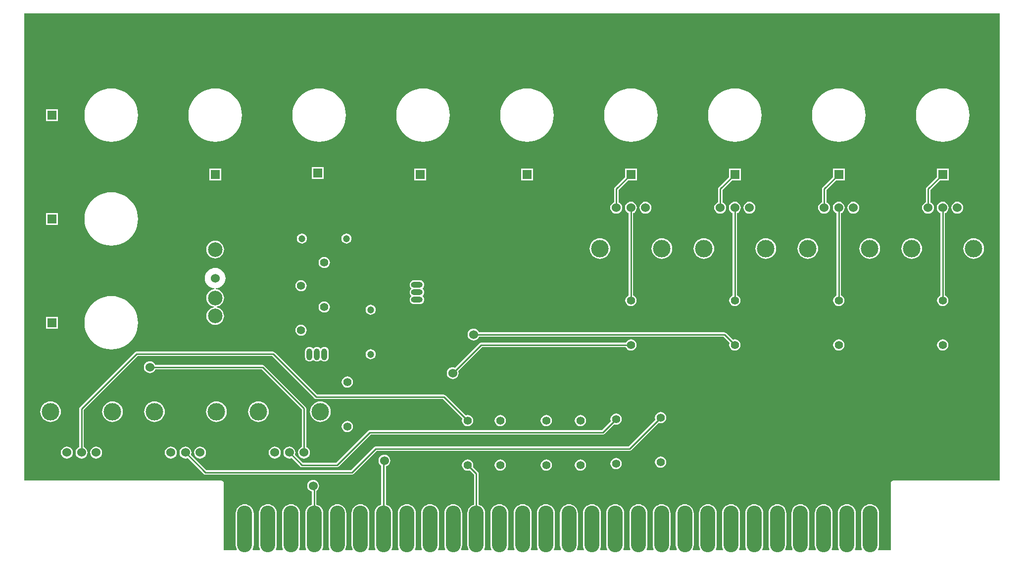
<source format=gbl>
G04 Layer_Physical_Order=2*
G04 Layer_Color=16711680*
%FSLAX25Y25*%
%MOIN*%
G70*
G01*
G75*
%ADD10O,0.10000X0.31500*%
%ADD11C,0.01000*%
%ADD12C,0.06000*%
%ADD13R,0.05906X0.05906*%
%ADD14C,0.11811*%
%ADD15C,0.05512*%
%ADD16C,0.09843*%
%ADD17O,0.07874X0.03937*%
%ADD18O,0.07874X0.03937*%
%ADD19R,0.05906X0.05906*%
%ADD20C,0.04724*%
%ADD21O,0.03937X0.07874*%
%ADD22O,0.03937X0.07874*%
G36*
X1288471Y313498D02*
X1216677D01*
X1216092Y313382D01*
X1215596Y313050D01*
X1215264Y312554D01*
X1215148Y311968D01*
Y266703D01*
X1206586D01*
X1206329Y267131D01*
X1206641Y267714D01*
X1206984Y268845D01*
X1207100Y270022D01*
Y291522D01*
X1206984Y292698D01*
X1206641Y293829D01*
X1206084Y294871D01*
X1205334Y295785D01*
X1204420Y296535D01*
X1203378Y297092D01*
X1202247Y297435D01*
X1201071Y297551D01*
X1199895Y297435D01*
X1198764Y297092D01*
X1197721Y296535D01*
X1196808Y295785D01*
X1196058Y294871D01*
X1195501Y293829D01*
X1195158Y292698D01*
X1195042Y291522D01*
Y270022D01*
X1195158Y268845D01*
X1195501Y267714D01*
X1195812Y267131D01*
X1195555Y266703D01*
X1191001D01*
X1190744Y267131D01*
X1191055Y267714D01*
X1191398Y268845D01*
X1191514Y270022D01*
Y291522D01*
X1191398Y292698D01*
X1191055Y293829D01*
X1190498Y294871D01*
X1189748Y295785D01*
X1188835Y296535D01*
X1187792Y297092D01*
X1186661Y297435D01*
X1185485Y297551D01*
X1184309Y297435D01*
X1183178Y297092D01*
X1182135Y296535D01*
X1181222Y295785D01*
X1180472Y294871D01*
X1179915Y293829D01*
X1179572Y292698D01*
X1179456Y291522D01*
Y270022D01*
X1179572Y268845D01*
X1179915Y267714D01*
X1180227Y267131D01*
X1179970Y266703D01*
X1175401D01*
X1175144Y267131D01*
X1175455Y267714D01*
X1175798Y268845D01*
X1175914Y270022D01*
Y291522D01*
X1175798Y292698D01*
X1175455Y293829D01*
X1174898Y294871D01*
X1174148Y295785D01*
X1173235Y296535D01*
X1172192Y297092D01*
X1171061Y297435D01*
X1169885Y297551D01*
X1168709Y297435D01*
X1167578Y297092D01*
X1166535Y296535D01*
X1165622Y295785D01*
X1164872Y294871D01*
X1164315Y293829D01*
X1163972Y292698D01*
X1163856Y291522D01*
Y270022D01*
X1163972Y268845D01*
X1164315Y267714D01*
X1164627Y267131D01*
X1164369Y266703D01*
X1159701D01*
X1159443Y267131D01*
X1159755Y267714D01*
X1160098Y268845D01*
X1160214Y270022D01*
Y291522D01*
X1160098Y292698D01*
X1159755Y293829D01*
X1159198Y294871D01*
X1158448Y295785D01*
X1157535Y296535D01*
X1156492Y297092D01*
X1155361Y297435D01*
X1154185Y297551D01*
X1153009Y297435D01*
X1151878Y297092D01*
X1150836Y296535D01*
X1149922Y295785D01*
X1149172Y294871D01*
X1148615Y293829D01*
X1148272Y292698D01*
X1148156Y291522D01*
Y270022D01*
X1148272Y268845D01*
X1148615Y267714D01*
X1148927Y267131D01*
X1148670Y266703D01*
X1144193D01*
X1143936Y267131D01*
X1144247Y267714D01*
X1144590Y268845D01*
X1144706Y270022D01*
Y291522D01*
X1144590Y292698D01*
X1144247Y293829D01*
X1143690Y294871D01*
X1142940Y295785D01*
X1142027Y296535D01*
X1140984Y297092D01*
X1139853Y297435D01*
X1138677Y297551D01*
X1137501Y297435D01*
X1136370Y297092D01*
X1135328Y296535D01*
X1134414Y295785D01*
X1133664Y294871D01*
X1133107Y293829D01*
X1132764Y292698D01*
X1132648Y291522D01*
Y270022D01*
X1132764Y268845D01*
X1133107Y267714D01*
X1133419Y267131D01*
X1133162Y266703D01*
X1128602D01*
X1128345Y267131D01*
X1128657Y267714D01*
X1129000Y268845D01*
X1129116Y270022D01*
Y291522D01*
X1129000Y292698D01*
X1128657Y293829D01*
X1128100Y294871D01*
X1127350Y295785D01*
X1126436Y296535D01*
X1125394Y297092D01*
X1124263Y297435D01*
X1123087Y297551D01*
X1121910Y297435D01*
X1120779Y297092D01*
X1119737Y296535D01*
X1118823Y295785D01*
X1118074Y294871D01*
X1117517Y293829D01*
X1117173Y292698D01*
X1117058Y291522D01*
Y270022D01*
X1117173Y268845D01*
X1117517Y267714D01*
X1117828Y267131D01*
X1117571Y266703D01*
X1113001D01*
X1112743Y267131D01*
X1113055Y267714D01*
X1113398Y268845D01*
X1113514Y270022D01*
Y291522D01*
X1113398Y292698D01*
X1113055Y293829D01*
X1112498Y294871D01*
X1111748Y295785D01*
X1110835Y296535D01*
X1109792Y297092D01*
X1108661Y297435D01*
X1107485Y297551D01*
X1106309Y297435D01*
X1105178Y297092D01*
X1104136Y296535D01*
X1103222Y295785D01*
X1102472Y294871D01*
X1101915Y293829D01*
X1101572Y292698D01*
X1101456Y291522D01*
Y270022D01*
X1101572Y268845D01*
X1101915Y267714D01*
X1102227Y267131D01*
X1101970Y266703D01*
X1097401D01*
X1097143Y267131D01*
X1097455Y267714D01*
X1097798Y268845D01*
X1097914Y270022D01*
Y291522D01*
X1097798Y292698D01*
X1097455Y293829D01*
X1096898Y294871D01*
X1096148Y295785D01*
X1095235Y296535D01*
X1094192Y297092D01*
X1093061Y297435D01*
X1091885Y297551D01*
X1090709Y297435D01*
X1089578Y297092D01*
X1088535Y296535D01*
X1087622Y295785D01*
X1086872Y294871D01*
X1086315Y293829D01*
X1085972Y292698D01*
X1085856Y291522D01*
Y270022D01*
X1085972Y268845D01*
X1086315Y267714D01*
X1086627Y267131D01*
X1086370Y266703D01*
X1081801D01*
X1081544Y267131D01*
X1081855Y267714D01*
X1082198Y268845D01*
X1082314Y270022D01*
Y291522D01*
X1082198Y292698D01*
X1081855Y293829D01*
X1081298Y294871D01*
X1080548Y295785D01*
X1079635Y296535D01*
X1078592Y297092D01*
X1077461Y297435D01*
X1076285Y297551D01*
X1075109Y297435D01*
X1073978Y297092D01*
X1072935Y296535D01*
X1072022Y295785D01*
X1071272Y294871D01*
X1070715Y293829D01*
X1070372Y292698D01*
X1070256Y291522D01*
Y270022D01*
X1070372Y268845D01*
X1070715Y267714D01*
X1071027Y267131D01*
X1070770Y266703D01*
X1066202D01*
X1065945Y267131D01*
X1066257Y267714D01*
X1066600Y268845D01*
X1066716Y270022D01*
Y291522D01*
X1066600Y292698D01*
X1066257Y293829D01*
X1065700Y294871D01*
X1064950Y295785D01*
X1064036Y296535D01*
X1062994Y297092D01*
X1061863Y297435D01*
X1060687Y297551D01*
X1059510Y297435D01*
X1058379Y297092D01*
X1057337Y296535D01*
X1056423Y295785D01*
X1055674Y294871D01*
X1055116Y293829D01*
X1054773Y292698D01*
X1054658Y291522D01*
Y270022D01*
X1054773Y268845D01*
X1055116Y267714D01*
X1055428Y267131D01*
X1055171Y266703D01*
X1050615D01*
X1050358Y267131D01*
X1050669Y267714D01*
X1051012Y268845D01*
X1051128Y270022D01*
Y291522D01*
X1051012Y292698D01*
X1050669Y293829D01*
X1050112Y294871D01*
X1049362Y295785D01*
X1048449Y296535D01*
X1047406Y297092D01*
X1046275Y297435D01*
X1045099Y297551D01*
X1043923Y297435D01*
X1042792Y297092D01*
X1041750Y296535D01*
X1040836Y295785D01*
X1040086Y294871D01*
X1039529Y293829D01*
X1039186Y292698D01*
X1039070Y291522D01*
Y270022D01*
X1039186Y268845D01*
X1039529Y267714D01*
X1039841Y267131D01*
X1039584Y266703D01*
X1035015D01*
X1034758Y267131D01*
X1035069Y267714D01*
X1035412Y268845D01*
X1035528Y270022D01*
Y291522D01*
X1035412Y292698D01*
X1035069Y293829D01*
X1034512Y294871D01*
X1033762Y295785D01*
X1032849Y296535D01*
X1031806Y297092D01*
X1030675Y297435D01*
X1029499Y297551D01*
X1028323Y297435D01*
X1027192Y297092D01*
X1026150Y296535D01*
X1025236Y295785D01*
X1024486Y294871D01*
X1023929Y293829D01*
X1023586Y292698D01*
X1023470Y291522D01*
Y270022D01*
X1023586Y268845D01*
X1023929Y267714D01*
X1024241Y267131D01*
X1023984Y266703D01*
X1019315D01*
X1019058Y267131D01*
X1019369Y267714D01*
X1019712Y268845D01*
X1019828Y270022D01*
Y291522D01*
X1019712Y292698D01*
X1019369Y293829D01*
X1018812Y294871D01*
X1018062Y295785D01*
X1017149Y296535D01*
X1016106Y297092D01*
X1014975Y297435D01*
X1013799Y297551D01*
X1012623Y297435D01*
X1011492Y297092D01*
X1010450Y296535D01*
X1009536Y295785D01*
X1008786Y294871D01*
X1008229Y293829D01*
X1007886Y292698D01*
X1007770Y291522D01*
Y270022D01*
X1007886Y268845D01*
X1008229Y267714D01*
X1008541Y267131D01*
X1008284Y266703D01*
X1003807D01*
X1003550Y267131D01*
X1003861Y267714D01*
X1004204Y268845D01*
X1004320Y270022D01*
Y291522D01*
X1004204Y292698D01*
X1003861Y293829D01*
X1003304Y294871D01*
X1002555Y295785D01*
X1001641Y296535D01*
X1000599Y297092D01*
X999467Y297435D01*
X998291Y297551D01*
X997115Y297435D01*
X995984Y297092D01*
X994942Y296535D01*
X994028Y295785D01*
X993278Y294871D01*
X992721Y293829D01*
X992378Y292698D01*
X992262Y291522D01*
Y270022D01*
X992378Y268845D01*
X992721Y267714D01*
X993033Y267131D01*
X992776Y266703D01*
X988216D01*
X987959Y267131D01*
X988271Y267714D01*
X988614Y268845D01*
X988730Y270022D01*
Y291522D01*
X988614Y292698D01*
X988271Y293829D01*
X987714Y294871D01*
X986964Y295785D01*
X986050Y296535D01*
X985008Y297092D01*
X983877Y297435D01*
X982701Y297551D01*
X981525Y297435D01*
X980394Y297092D01*
X979351Y296535D01*
X978438Y295785D01*
X977688Y294871D01*
X977131Y293829D01*
X976788Y292698D01*
X976672Y291522D01*
Y270022D01*
X976788Y268845D01*
X977131Y267714D01*
X977442Y267131D01*
X977185Y266703D01*
X972615D01*
X972358Y267131D01*
X972669Y267714D01*
X973012Y268845D01*
X973128Y270022D01*
Y291522D01*
X973012Y292698D01*
X972669Y293829D01*
X972112Y294871D01*
X971362Y295785D01*
X970449Y296535D01*
X969406Y297092D01*
X968275Y297435D01*
X967099Y297551D01*
X965923Y297435D01*
X964792Y297092D01*
X963750Y296535D01*
X962836Y295785D01*
X962086Y294871D01*
X961529Y293829D01*
X961186Y292698D01*
X961070Y291522D01*
Y270022D01*
X961186Y268845D01*
X961529Y267714D01*
X961841Y267131D01*
X961584Y266703D01*
X957015D01*
X956758Y267131D01*
X957069Y267714D01*
X957412Y268845D01*
X957528Y270022D01*
Y291522D01*
X957412Y292698D01*
X957069Y293829D01*
X956512Y294871D01*
X955762Y295785D01*
X954849Y296535D01*
X953806Y297092D01*
X952675Y297435D01*
X951499Y297551D01*
X950323Y297435D01*
X949192Y297092D01*
X948150Y296535D01*
X947236Y295785D01*
X946486Y294871D01*
X945929Y293829D01*
X945586Y292698D01*
X945470Y291522D01*
Y270022D01*
X945586Y268845D01*
X945929Y267714D01*
X946241Y267131D01*
X945984Y266703D01*
X941415D01*
X941158Y267131D01*
X941469Y267714D01*
X941812Y268845D01*
X941928Y270022D01*
Y291522D01*
X941812Y292698D01*
X941469Y293829D01*
X940912Y294871D01*
X940162Y295785D01*
X939249Y296535D01*
X938206Y297092D01*
X937429Y297328D01*
Y318101D01*
X937312Y318686D01*
X936981Y319182D01*
X933508Y322655D01*
X933659Y323020D01*
X933788Y324000D01*
X933659Y324980D01*
X933281Y325894D01*
X932679Y326679D01*
X931894Y327281D01*
X930980Y327659D01*
X930000Y327788D01*
X929020Y327659D01*
X928106Y327281D01*
X927321Y326679D01*
X926719Y325894D01*
X926341Y324980D01*
X926212Y324000D01*
X926341Y323020D01*
X926719Y322106D01*
X927321Y321321D01*
X928106Y320719D01*
X929020Y320341D01*
X930000Y320212D01*
X930980Y320341D01*
X931345Y320492D01*
X934370Y317467D01*
Y297328D01*
X933592Y297092D01*
X932550Y296535D01*
X931636Y295785D01*
X930886Y294871D01*
X930329Y293829D01*
X929986Y292698D01*
X929870Y291522D01*
Y270022D01*
X929986Y268845D01*
X930329Y267714D01*
X930641Y267131D01*
X930384Y266703D01*
X925816D01*
X925559Y267131D01*
X925871Y267714D01*
X926214Y268845D01*
X926330Y270022D01*
Y291522D01*
X926214Y292698D01*
X925871Y293829D01*
X925314Y294871D01*
X924564Y295785D01*
X923650Y296535D01*
X922608Y297092D01*
X921477Y297435D01*
X920301Y297551D01*
X919125Y297435D01*
X917994Y297092D01*
X916951Y296535D01*
X916038Y295785D01*
X915288Y294871D01*
X914731Y293829D01*
X914388Y292698D01*
X914272Y291522D01*
Y270022D01*
X914388Y268845D01*
X914731Y267714D01*
X915042Y267131D01*
X914785Y266703D01*
X910229D01*
X909972Y267131D01*
X910283Y267714D01*
X910627Y268845D01*
X910742Y270022D01*
Y291522D01*
X910627Y292698D01*
X910283Y293829D01*
X909726Y294871D01*
X908977Y295785D01*
X908063Y296535D01*
X907021Y297092D01*
X905890Y297435D01*
X904713Y297551D01*
X903537Y297435D01*
X902406Y297092D01*
X901364Y296535D01*
X900450Y295785D01*
X899700Y294871D01*
X899143Y293829D01*
X898800Y292698D01*
X898684Y291522D01*
Y270022D01*
X898800Y268845D01*
X899143Y267714D01*
X899455Y267131D01*
X899198Y266703D01*
X894629D01*
X894372Y267131D01*
X894683Y267714D01*
X895027Y268845D01*
X895142Y270022D01*
Y291522D01*
X895027Y292698D01*
X894683Y293829D01*
X894126Y294871D01*
X893377Y295785D01*
X892463Y296535D01*
X891421Y297092D01*
X890290Y297435D01*
X889113Y297551D01*
X887937Y297435D01*
X886806Y297092D01*
X885764Y296535D01*
X884850Y295785D01*
X884100Y294871D01*
X883543Y293829D01*
X883200Y292698D01*
X883084Y291522D01*
Y270022D01*
X883200Y268845D01*
X883543Y267714D01*
X883855Y267131D01*
X883598Y266703D01*
X878929D01*
X878672Y267131D01*
X878983Y267714D01*
X879327Y268845D01*
X879442Y270022D01*
Y291522D01*
X879327Y292698D01*
X878983Y293829D01*
X878426Y294871D01*
X877677Y295785D01*
X876763Y296535D01*
X875721Y297092D01*
X874943Y297328D01*
Y323090D01*
X875044Y323103D01*
X876017Y323506D01*
X876853Y324147D01*
X877494Y324983D01*
X877897Y325956D01*
X878034Y327000D01*
X877897Y328044D01*
X877494Y329017D01*
X876853Y329853D01*
X876017Y330494D01*
X875044Y330897D01*
X874000Y331034D01*
X872956Y330897D01*
X871983Y330494D01*
X871147Y329853D01*
X870506Y329017D01*
X870103Y328044D01*
X869965Y327000D01*
X870103Y325956D01*
X870506Y324983D01*
X871147Y324147D01*
X871884Y323582D01*
Y297328D01*
X871106Y297092D01*
X870064Y296535D01*
X869150Y295785D01*
X868400Y294871D01*
X867843Y293829D01*
X867500Y292698D01*
X867384Y291522D01*
Y270022D01*
X867500Y268845D01*
X867843Y267714D01*
X868155Y267131D01*
X867898Y266703D01*
X863421D01*
X863164Y267131D01*
X863476Y267714D01*
X863819Y268845D01*
X863935Y270022D01*
Y291522D01*
X863819Y292698D01*
X863476Y293829D01*
X862918Y294871D01*
X862169Y295785D01*
X861255Y296535D01*
X860213Y297092D01*
X859082Y297435D01*
X857905Y297551D01*
X856729Y297435D01*
X855598Y297092D01*
X854556Y296535D01*
X853642Y295785D01*
X852893Y294871D01*
X852335Y293829D01*
X851992Y292698D01*
X851877Y291522D01*
Y270022D01*
X851992Y268845D01*
X852335Y267714D01*
X852647Y267131D01*
X852390Y266703D01*
X847830D01*
X847573Y267131D01*
X847885Y267714D01*
X848228Y268845D01*
X848344Y270022D01*
Y291522D01*
X848228Y292698D01*
X847885Y293829D01*
X847328Y294871D01*
X846578Y295785D01*
X845665Y296535D01*
X844622Y297092D01*
X843491Y297435D01*
X842315Y297551D01*
X841139Y297435D01*
X840008Y297092D01*
X838965Y296535D01*
X838052Y295785D01*
X837302Y294871D01*
X836745Y293829D01*
X836402Y292698D01*
X836286Y291522D01*
Y270022D01*
X836402Y268845D01*
X836745Y267714D01*
X837057Y267131D01*
X836799Y266703D01*
X832229D01*
X831972Y267131D01*
X832283Y267714D01*
X832627Y268845D01*
X832742Y270022D01*
Y291522D01*
X832627Y292698D01*
X832283Y293829D01*
X831726Y294871D01*
X830977Y295785D01*
X830063Y296535D01*
X829021Y297092D01*
X828243Y297328D01*
Y306679D01*
X828853Y307147D01*
X829494Y307983D01*
X829897Y308956D01*
X830035Y310000D01*
X829897Y311044D01*
X829494Y312017D01*
X828853Y312853D01*
X828017Y313494D01*
X827044Y313897D01*
X826000Y314035D01*
X824956Y313897D01*
X823983Y313494D01*
X823147Y312853D01*
X822506Y312017D01*
X822103Y311044D01*
X821966Y310000D01*
X822103Y308956D01*
X822506Y307983D01*
X823147Y307147D01*
X823983Y306506D01*
X824956Y306103D01*
X825184Y306073D01*
Y297328D01*
X824406Y297092D01*
X823364Y296535D01*
X822450Y295785D01*
X821700Y294871D01*
X821143Y293829D01*
X820800Y292698D01*
X820684Y291522D01*
Y270022D01*
X820800Y268845D01*
X821143Y267714D01*
X821455Y267131D01*
X821198Y266703D01*
X816629D01*
X816372Y267131D01*
X816683Y267714D01*
X817027Y268845D01*
X817142Y270022D01*
Y291522D01*
X817027Y292698D01*
X816683Y293829D01*
X816126Y294871D01*
X815377Y295785D01*
X814463Y296535D01*
X813421Y297092D01*
X812290Y297435D01*
X811113Y297551D01*
X809937Y297435D01*
X808806Y297092D01*
X807764Y296535D01*
X806850Y295785D01*
X806100Y294871D01*
X805543Y293829D01*
X805200Y292698D01*
X805084Y291522D01*
Y270022D01*
X805200Y268845D01*
X805543Y267714D01*
X805855Y267131D01*
X805598Y266703D01*
X801029D01*
X800772Y267131D01*
X801083Y267714D01*
X801427Y268845D01*
X801542Y270022D01*
Y291522D01*
X801427Y292698D01*
X801083Y293829D01*
X800526Y294871D01*
X799777Y295785D01*
X798863Y296535D01*
X797821Y297092D01*
X796690Y297435D01*
X795513Y297551D01*
X794337Y297435D01*
X793206Y297092D01*
X792164Y296535D01*
X791250Y295785D01*
X790500Y294871D01*
X789943Y293829D01*
X789600Y292698D01*
X789484Y291522D01*
Y270022D01*
X789600Y268845D01*
X789943Y267714D01*
X790255Y267131D01*
X789998Y266703D01*
X785430D01*
X785174Y267131D01*
X785485Y267714D01*
X785828Y268845D01*
X785944Y270022D01*
Y291522D01*
X785828Y292698D01*
X785485Y293829D01*
X784928Y294871D01*
X784178Y295785D01*
X783264Y296535D01*
X782222Y297092D01*
X781091Y297435D01*
X779915Y297551D01*
X778739Y297435D01*
X777608Y297092D01*
X776565Y296535D01*
X775652Y295785D01*
X774902Y294871D01*
X774345Y293829D01*
X774002Y292698D01*
X773886Y291522D01*
Y270022D01*
X774002Y268845D01*
X774345Y267714D01*
X774656Y267131D01*
X774399Y266703D01*
X765852D01*
Y280772D01*
Y311968D01*
X765736Y312554D01*
X765404Y313050D01*
X764908Y313382D01*
X764323Y313498D01*
X631529D01*
Y628471D01*
X1288471D01*
Y313498D01*
D02*
G37*
%LPC*%
G36*
X1040000Y408788D02*
X1039019Y408659D01*
X1038106Y408281D01*
X1037321Y407679D01*
X1036719Y406894D01*
X1036568Y406529D01*
X939000D01*
X938415Y406413D01*
X937919Y406081D01*
X921532Y389695D01*
X921044Y389897D01*
X920000Y390035D01*
X918956Y389897D01*
X917983Y389494D01*
X917147Y388853D01*
X916506Y388017D01*
X916103Y387044D01*
X915965Y386000D01*
X916103Y384956D01*
X916506Y383983D01*
X917147Y383147D01*
X917983Y382506D01*
X918956Y382103D01*
X920000Y381965D01*
X921044Y382103D01*
X922017Y382506D01*
X922853Y383147D01*
X923494Y383983D01*
X923897Y384956D01*
X924035Y386000D01*
X923897Y387044D01*
X923695Y387532D01*
X939633Y403471D01*
X1036568D01*
X1036719Y403106D01*
X1037321Y402321D01*
X1038106Y401719D01*
X1039019Y401341D01*
X1040000Y401212D01*
X1040981Y401341D01*
X1041894Y401719D01*
X1042679Y402321D01*
X1043281Y403106D01*
X1043659Y404019D01*
X1043788Y405000D01*
X1043659Y405980D01*
X1043281Y406894D01*
X1042679Y407679D01*
X1041894Y408281D01*
X1040981Y408659D01*
X1040000Y408788D01*
D02*
G37*
G36*
X864709Y402155D02*
X863831Y402039D01*
X863013Y401701D01*
X862311Y401162D01*
X861772Y400459D01*
X861433Y399641D01*
X861317Y398764D01*
X861433Y397886D01*
X861772Y397068D01*
X862311Y396366D01*
X863013Y395827D01*
X863831Y395488D01*
X864709Y395373D01*
X865586Y395488D01*
X866404Y395827D01*
X867107Y396366D01*
X867645Y397068D01*
X867984Y397886D01*
X868100Y398764D01*
X867984Y399641D01*
X867645Y400459D01*
X867107Y401162D01*
X866404Y401701D01*
X865586Y402039D01*
X864709Y402155D01*
D02*
G37*
G36*
X1180000Y408788D02*
X1179020Y408659D01*
X1178106Y408281D01*
X1177321Y407679D01*
X1176719Y406894D01*
X1176341Y405980D01*
X1176212Y405000D01*
X1176341Y404019D01*
X1176719Y403106D01*
X1177321Y402321D01*
X1178106Y401719D01*
X1179020Y401341D01*
X1180000Y401212D01*
X1180980Y401341D01*
X1181894Y401719D01*
X1182679Y402321D01*
X1183281Y403106D01*
X1183659Y404019D01*
X1183788Y405000D01*
X1183659Y405980D01*
X1183281Y406894D01*
X1182679Y407679D01*
X1181894Y408281D01*
X1180980Y408659D01*
X1180000Y408788D01*
D02*
G37*
G36*
X934000Y416035D02*
X932956Y415897D01*
X931983Y415494D01*
X931147Y414853D01*
X930506Y414017D01*
X930103Y413044D01*
X929965Y412000D01*
X930103Y410956D01*
X930506Y409983D01*
X931147Y409147D01*
X931983Y408506D01*
X932956Y408103D01*
X934000Y407966D01*
X935044Y408103D01*
X936017Y408506D01*
X936853Y409147D01*
X937494Y409983D01*
X937696Y410471D01*
X1102367D01*
X1106492Y406345D01*
X1106341Y405980D01*
X1106212Y405000D01*
X1106341Y404019D01*
X1106719Y403106D01*
X1107321Y402321D01*
X1108106Y401719D01*
X1109019Y401341D01*
X1110000Y401212D01*
X1110981Y401341D01*
X1111894Y401719D01*
X1112679Y402321D01*
X1113281Y403106D01*
X1113659Y404019D01*
X1113788Y405000D01*
X1113659Y405980D01*
X1113281Y406894D01*
X1112679Y407679D01*
X1111894Y408281D01*
X1110981Y408659D01*
X1110000Y408788D01*
X1109019Y408659D01*
X1108655Y408508D01*
X1104081Y413081D01*
X1103585Y413413D01*
X1103000Y413529D01*
X937696D01*
X937494Y414017D01*
X936853Y414853D01*
X936017Y415494D01*
X935044Y415897D01*
X934000Y416035D01*
D02*
G37*
G36*
X849000Y383788D02*
X848020Y383659D01*
X847106Y383281D01*
X846321Y382679D01*
X845719Y381894D01*
X845341Y380980D01*
X845212Y380000D01*
X845341Y379019D01*
X845719Y378106D01*
X846321Y377321D01*
X847106Y376719D01*
X848020Y376341D01*
X849000Y376212D01*
X849981Y376341D01*
X850894Y376719D01*
X851679Y377321D01*
X852281Y378106D01*
X852659Y379019D01*
X852788Y380000D01*
X852659Y380980D01*
X852281Y381894D01*
X851679Y382679D01*
X850894Y383281D01*
X849981Y383659D01*
X849000Y383788D01*
D02*
G37*
G36*
X760866Y366939D02*
X759512Y366806D01*
X758211Y366411D01*
X757011Y365770D01*
X755960Y364907D01*
X755097Y363855D01*
X754455Y362655D01*
X754061Y361354D01*
X753927Y360000D01*
X754061Y358646D01*
X754455Y357345D01*
X755097Y356145D01*
X755960Y355093D01*
X757011Y354230D01*
X758211Y353589D01*
X759512Y353194D01*
X760866Y353061D01*
X762220Y353194D01*
X763522Y353589D01*
X764721Y354230D01*
X765773Y355093D01*
X766636Y356145D01*
X767277Y357345D01*
X767672Y358646D01*
X767805Y360000D01*
X767672Y361354D01*
X767277Y362655D01*
X766636Y363855D01*
X765773Y364907D01*
X764721Y365770D01*
X763522Y366411D01*
X762220Y366806D01*
X760866Y366939D01*
D02*
G37*
G36*
X719134D02*
X717780Y366806D01*
X716478Y366411D01*
X715279Y365770D01*
X714227Y364907D01*
X713364Y363855D01*
X712723Y362655D01*
X712328Y361354D01*
X712195Y360000D01*
X712328Y358646D01*
X712723Y357345D01*
X713364Y356145D01*
X714227Y355093D01*
X715279Y354230D01*
X716478Y353589D01*
X717780Y353194D01*
X719134Y353061D01*
X720488Y353194D01*
X721789Y353589D01*
X722989Y354230D01*
X724040Y355093D01*
X724903Y356145D01*
X725545Y357345D01*
X725940Y358646D01*
X726073Y360000D01*
X725940Y361354D01*
X725545Y362655D01*
X724903Y363855D01*
X724040Y364907D01*
X722989Y365770D01*
X721789Y366411D01*
X720488Y366806D01*
X719134Y366939D01*
D02*
G37*
G36*
X830866D02*
X829512Y366806D01*
X828211Y366411D01*
X827011Y365770D01*
X825960Y364907D01*
X825097Y363855D01*
X824455Y362655D01*
X824061Y361354D01*
X823927Y360000D01*
X824061Y358646D01*
X824455Y357345D01*
X825097Y356145D01*
X825960Y355093D01*
X827011Y354230D01*
X828211Y353589D01*
X829512Y353194D01*
X830866Y353061D01*
X832220Y353194D01*
X833522Y353589D01*
X834721Y354230D01*
X835773Y355093D01*
X836636Y356145D01*
X837277Y357345D01*
X837672Y358646D01*
X837805Y360000D01*
X837672Y361354D01*
X837277Y362655D01*
X836636Y363855D01*
X835773Y364907D01*
X834721Y365770D01*
X833522Y366411D01*
X832220Y366806D01*
X830866Y366939D01*
D02*
G37*
G36*
X789134D02*
X787780Y366806D01*
X786478Y366411D01*
X785279Y365770D01*
X784227Y364907D01*
X783364Y363855D01*
X782723Y362655D01*
X782328Y361354D01*
X782195Y360000D01*
X782328Y358646D01*
X782723Y357345D01*
X783364Y356145D01*
X784227Y355093D01*
X785279Y354230D01*
X786478Y353589D01*
X787780Y353194D01*
X789134Y353061D01*
X790488Y353194D01*
X791789Y353589D01*
X792989Y354230D01*
X794040Y355093D01*
X794903Y356145D01*
X795545Y357345D01*
X795939Y358646D01*
X796073Y360000D01*
X795939Y361354D01*
X795545Y362655D01*
X794903Y363855D01*
X794040Y364907D01*
X792989Y365770D01*
X791789Y366411D01*
X790488Y366806D01*
X789134Y366939D01*
D02*
G37*
G36*
X1250000Y408788D02*
X1249020Y408659D01*
X1248106Y408281D01*
X1247321Y407679D01*
X1246719Y406894D01*
X1246341Y405980D01*
X1246212Y405000D01*
X1246341Y404019D01*
X1246719Y403106D01*
X1247321Y402321D01*
X1248106Y401719D01*
X1249020Y401341D01*
X1250000Y401212D01*
X1250980Y401341D01*
X1251894Y401719D01*
X1252679Y402321D01*
X1253281Y403106D01*
X1253659Y404019D01*
X1253788Y405000D01*
X1253659Y405980D01*
X1253281Y406894D01*
X1252679Y407679D01*
X1251894Y408281D01*
X1250980Y408659D01*
X1250000Y408788D01*
D02*
G37*
G36*
X833512Y434347D02*
X832531Y434218D01*
X831618Y433840D01*
X830833Y433238D01*
X830231Y432453D01*
X829853Y431539D01*
X829723Y430559D01*
X829853Y429579D01*
X830231Y428665D01*
X830833Y427880D01*
X831618Y427278D01*
X832531Y426900D01*
X833512Y426771D01*
X834492Y426900D01*
X835406Y427278D01*
X836191Y427880D01*
X836793Y428665D01*
X837171Y429579D01*
X837300Y430559D01*
X837171Y431539D01*
X836793Y432453D01*
X836191Y433238D01*
X835406Y433840D01*
X834492Y434218D01*
X833512Y434347D01*
D02*
G37*
G36*
X864709Y432155D02*
X863831Y432039D01*
X863013Y431701D01*
X862311Y431162D01*
X861772Y430459D01*
X861433Y429641D01*
X861317Y428764D01*
X861433Y427886D01*
X861772Y427068D01*
X862311Y426366D01*
X863013Y425827D01*
X863831Y425488D01*
X864709Y425373D01*
X865586Y425488D01*
X866404Y425827D01*
X867107Y426366D01*
X867645Y427068D01*
X867984Y427886D01*
X868100Y428764D01*
X867984Y429641D01*
X867645Y430459D01*
X867107Y431162D01*
X866404Y431701D01*
X865586Y432039D01*
X864709Y432155D01*
D02*
G37*
G36*
X1110000Y501594D02*
X1108956Y501456D01*
X1107983Y501053D01*
X1107147Y500412D01*
X1106506Y499576D01*
X1106103Y498603D01*
X1105966Y497559D01*
X1106103Y496515D01*
X1106506Y495542D01*
X1107147Y494706D01*
X1107983Y494065D01*
X1108471Y493863D01*
Y438432D01*
X1108106Y438281D01*
X1107321Y437679D01*
X1106719Y436894D01*
X1106341Y435981D01*
X1106212Y435000D01*
X1106341Y434020D01*
X1106719Y433106D01*
X1107321Y432321D01*
X1108106Y431719D01*
X1109019Y431341D01*
X1110000Y431212D01*
X1110981Y431341D01*
X1111894Y431719D01*
X1112679Y432321D01*
X1113281Y433106D01*
X1113659Y434020D01*
X1113788Y435000D01*
X1113659Y435981D01*
X1113281Y436894D01*
X1112679Y437679D01*
X1111894Y438281D01*
X1111529Y438432D01*
Y493863D01*
X1112017Y494065D01*
X1112853Y494706D01*
X1113494Y495542D01*
X1113897Y496515D01*
X1114034Y497559D01*
X1113897Y498603D01*
X1113494Y499576D01*
X1112853Y500412D01*
X1112017Y501053D01*
X1111044Y501456D01*
X1110000Y501594D01*
D02*
G37*
G36*
X1040000D02*
X1038956Y501456D01*
X1037983Y501053D01*
X1037147Y500412D01*
X1036506Y499576D01*
X1036103Y498603D01*
X1035966Y497559D01*
X1036103Y496515D01*
X1036506Y495542D01*
X1037147Y494706D01*
X1037983Y494065D01*
X1038471Y493863D01*
Y438432D01*
X1038106Y438281D01*
X1037321Y437679D01*
X1036719Y436894D01*
X1036341Y435981D01*
X1036212Y435000D01*
X1036341Y434020D01*
X1036719Y433106D01*
X1037321Y432321D01*
X1038106Y431719D01*
X1039019Y431341D01*
X1040000Y431212D01*
X1040981Y431341D01*
X1041894Y431719D01*
X1042679Y432321D01*
X1043281Y433106D01*
X1043659Y434020D01*
X1043788Y435000D01*
X1043659Y435981D01*
X1043281Y436894D01*
X1042679Y437679D01*
X1041894Y438281D01*
X1041529Y438432D01*
Y493863D01*
X1042017Y494065D01*
X1042853Y494706D01*
X1043494Y495542D01*
X1043897Y496515D01*
X1044034Y497559D01*
X1043897Y498603D01*
X1043494Y499576D01*
X1042853Y500412D01*
X1042017Y501053D01*
X1041044Y501456D01*
X1040000Y501594D01*
D02*
G37*
G36*
X760000Y456939D02*
X758646Y456806D01*
X757345Y456411D01*
X756145Y455769D01*
X755093Y454907D01*
X754230Y453855D01*
X753589Y452655D01*
X753194Y451354D01*
X753061Y450000D01*
X753194Y448646D01*
X753589Y447345D01*
X754230Y446145D01*
X755093Y445093D01*
X756145Y444231D01*
X757345Y443589D01*
X758646Y443194D01*
X759573Y443103D01*
Y442601D01*
X758839Y442528D01*
X757723Y442190D01*
X756694Y441640D01*
X755793Y440900D01*
X755053Y439998D01*
X754503Y438970D01*
X754164Y437854D01*
X754050Y436693D01*
X754164Y435532D01*
X754503Y434416D01*
X755053Y433387D01*
X755793Y432486D01*
X756694Y431746D01*
X757723Y431196D01*
X758839Y430857D01*
X758997Y430842D01*
Y430339D01*
X758839Y430324D01*
X757723Y429985D01*
X756694Y429435D01*
X755793Y428695D01*
X755053Y427794D01*
X754503Y426765D01*
X754164Y425649D01*
X754050Y424488D01*
X754164Y423327D01*
X754503Y422211D01*
X755053Y421183D01*
X755793Y420281D01*
X756694Y419541D01*
X757723Y418991D01*
X758839Y418653D01*
X760000Y418538D01*
X761161Y418653D01*
X762277Y418991D01*
X763306Y419541D01*
X764207Y420281D01*
X764947Y421183D01*
X765497Y422211D01*
X765836Y423327D01*
X765950Y424488D01*
X765836Y425649D01*
X765497Y426765D01*
X764947Y427794D01*
X764207Y428695D01*
X763306Y429435D01*
X762277Y429985D01*
X761161Y430324D01*
X761003Y430339D01*
Y430842D01*
X761161Y430857D01*
X762277Y431196D01*
X763306Y431746D01*
X764207Y432486D01*
X764947Y433387D01*
X765497Y434416D01*
X765836Y435532D01*
X765950Y436693D01*
X765836Y437854D01*
X765497Y438970D01*
X764947Y439998D01*
X764207Y440900D01*
X763306Y441640D01*
X762277Y442190D01*
X761161Y442528D01*
X760427Y442601D01*
Y443103D01*
X761354Y443194D01*
X762655Y443589D01*
X763855Y444231D01*
X764907Y445093D01*
X765769Y446145D01*
X766411Y447345D01*
X766806Y448646D01*
X766939Y450000D01*
X766806Y451354D01*
X766411Y452655D01*
X765769Y453855D01*
X764907Y454907D01*
X763855Y455769D01*
X762655Y456411D01*
X761354Y456806D01*
X760000Y456939D01*
D02*
G37*
G36*
X833512Y403726D02*
X832737Y403624D01*
X832015Y403325D01*
X831395Y402849D01*
X831262Y402676D01*
X830762D01*
X830629Y402849D01*
X830009Y403325D01*
X829287Y403624D01*
X828512Y403726D01*
X827737Y403624D01*
X827015Y403325D01*
X826395Y402849D01*
X826262Y402676D01*
X825762D01*
X825629Y402849D01*
X825009Y403325D01*
X824287Y403624D01*
X823512Y403726D01*
X822737Y403624D01*
X822015Y403325D01*
X821395Y402849D01*
X820919Y402229D01*
X820620Y401507D01*
X820518Y400732D01*
Y396795D01*
X820620Y396020D01*
X820919Y395298D01*
X821395Y394678D01*
X822015Y394202D01*
X822737Y393903D01*
X823512Y393801D01*
X824287Y393903D01*
X825009Y394202D01*
X825629Y394678D01*
X825762Y394851D01*
X826262D01*
X826395Y394678D01*
X827015Y394202D01*
X827737Y393903D01*
X828512Y393801D01*
X829287Y393903D01*
X830009Y394202D01*
X830629Y394678D01*
X830762Y394851D01*
X831262D01*
X831395Y394678D01*
X832015Y394202D01*
X832737Y393903D01*
X833512Y393801D01*
X834287Y393903D01*
X835009Y394202D01*
X835629Y394678D01*
X836105Y395298D01*
X836404Y396020D01*
X836506Y396795D01*
Y400732D01*
X836404Y401507D01*
X836105Y402229D01*
X835629Y402849D01*
X835009Y403325D01*
X834287Y403624D01*
X833512Y403726D01*
D02*
G37*
G36*
X690000Y438039D02*
X687645Y437884D01*
X685331Y437424D01*
X683097Y436665D01*
X680981Y435622D01*
X679019Y434311D01*
X677245Y432755D01*
X675689Y430981D01*
X674378Y429019D01*
X673335Y426903D01*
X672576Y424669D01*
X672116Y422355D01*
X671961Y420000D01*
X672116Y417646D01*
X672576Y415331D01*
X673335Y413097D01*
X674378Y410981D01*
X675689Y409019D01*
X677245Y407245D01*
X679019Y405689D01*
X680981Y404378D01*
X683097Y403335D01*
X685331Y402576D01*
X687645Y402116D01*
X690000Y401961D01*
X692354Y402116D01*
X694669Y402576D01*
X696903Y403335D01*
X699019Y404378D01*
X700981Y405689D01*
X702755Y407245D01*
X704311Y409019D01*
X705622Y410981D01*
X706666Y413097D01*
X707424Y415331D01*
X707884Y417646D01*
X708039Y420000D01*
X707884Y422355D01*
X707424Y424669D01*
X706666Y426903D01*
X705622Y429019D01*
X704311Y430981D01*
X702755Y432755D01*
X700981Y434311D01*
X699019Y435622D01*
X696903Y436665D01*
X694669Y437424D01*
X692354Y437884D01*
X690000Y438039D01*
D02*
G37*
G36*
X653953Y423953D02*
X646047D01*
Y416047D01*
X653953D01*
Y423953D01*
D02*
G37*
G36*
X817913Y418749D02*
X816933Y418620D01*
X816019Y418241D01*
X815235Y417639D01*
X814633Y416855D01*
X814254Y415941D01*
X814125Y414961D01*
X814254Y413980D01*
X814633Y413066D01*
X815235Y412282D01*
X816019Y411680D01*
X816933Y411301D01*
X817913Y411172D01*
X818894Y411301D01*
X819808Y411680D01*
X820592Y412282D01*
X821194Y413066D01*
X821573Y413980D01*
X821702Y414961D01*
X821573Y415941D01*
X821194Y416855D01*
X820592Y417639D01*
X819808Y418241D01*
X818894Y418620D01*
X817913Y418749D01*
D02*
G37*
G36*
X690866Y366939D02*
X689512Y366806D01*
X688211Y366411D01*
X687011Y365770D01*
X685960Y364907D01*
X685097Y363855D01*
X684455Y362655D01*
X684060Y361354D01*
X683927Y360000D01*
X684060Y358646D01*
X684455Y357345D01*
X685097Y356145D01*
X685960Y355093D01*
X687011Y354230D01*
X688211Y353589D01*
X689512Y353194D01*
X690866Y353061D01*
X692220Y353194D01*
X693522Y353589D01*
X694721Y354230D01*
X695773Y355093D01*
X696636Y356145D01*
X697277Y357345D01*
X697672Y358646D01*
X697805Y360000D01*
X697672Y361354D01*
X697277Y362655D01*
X696636Y363855D01*
X695773Y364907D01*
X694721Y365770D01*
X693522Y366411D01*
X692220Y366806D01*
X690866Y366939D01*
D02*
G37*
G36*
X679843Y336475D02*
X678798Y336338D01*
X677825Y335935D01*
X676990Y335294D01*
X676348Y334458D01*
X675946Y333485D01*
X675808Y332441D01*
X675946Y331397D01*
X676348Y330424D01*
X676990Y329588D01*
X677825Y328947D01*
X678798Y328544D01*
X679843Y328406D01*
X680887Y328544D01*
X681860Y328947D01*
X682695Y329588D01*
X683336Y330424D01*
X683740Y331397D01*
X683877Y332441D01*
X683740Y333485D01*
X683336Y334458D01*
X682695Y335294D01*
X681860Y335935D01*
X680887Y336338D01*
X679843Y336475D01*
D02*
G37*
G36*
X660157D02*
X659113Y336338D01*
X658140Y335935D01*
X657305Y335294D01*
X656664Y334458D01*
X656260Y333485D01*
X656123Y332441D01*
X656260Y331397D01*
X656664Y330424D01*
X657305Y329588D01*
X658140Y328947D01*
X659113Y328544D01*
X660157Y328406D01*
X661202Y328544D01*
X662175Y328947D01*
X663010Y329588D01*
X663652Y330424D01*
X664054Y331397D01*
X664192Y332441D01*
X664054Y333485D01*
X663652Y334458D01*
X663010Y335294D01*
X662175Y335935D01*
X661202Y336338D01*
X660157Y336475D01*
D02*
G37*
G36*
X749843D02*
X748798Y336338D01*
X747825Y335935D01*
X746990Y335294D01*
X746348Y334458D01*
X745946Y333485D01*
X745808Y332441D01*
X745946Y331397D01*
X746348Y330424D01*
X746990Y329588D01*
X747825Y328947D01*
X748798Y328544D01*
X749843Y328406D01*
X750887Y328544D01*
X751860Y328947D01*
X752695Y329588D01*
X753336Y330424D01*
X753740Y331397D01*
X753877Y332441D01*
X753740Y333485D01*
X753336Y334458D01*
X752695Y335294D01*
X751860Y335935D01*
X750887Y336338D01*
X749843Y336475D01*
D02*
G37*
G36*
X730158D02*
X729113Y336338D01*
X728140Y335935D01*
X727305Y335294D01*
X726663Y334458D01*
X726260Y333485D01*
X726123Y332441D01*
X726260Y331397D01*
X726663Y330424D01*
X727305Y329588D01*
X728140Y328947D01*
X729113Y328544D01*
X730158Y328406D01*
X731202Y328544D01*
X732175Y328947D01*
X733010Y329588D01*
X733651Y330424D01*
X734055Y331397D01*
X734192Y332441D01*
X734055Y333485D01*
X733651Y334458D01*
X733010Y335294D01*
X732175Y335935D01*
X731202Y336338D01*
X730158Y336475D01*
D02*
G37*
G36*
X1060000Y329788D02*
X1059019Y329659D01*
X1058106Y329281D01*
X1057321Y328679D01*
X1056719Y327894D01*
X1056341Y326980D01*
X1056212Y326000D01*
X1056341Y325020D01*
X1056719Y324106D01*
X1057321Y323321D01*
X1058106Y322719D01*
X1059019Y322341D01*
X1060000Y322212D01*
X1060981Y322341D01*
X1061894Y322719D01*
X1062679Y323321D01*
X1063281Y324106D01*
X1063659Y325020D01*
X1063788Y326000D01*
X1063659Y326980D01*
X1063281Y327894D01*
X1062679Y328679D01*
X1061894Y329281D01*
X1060981Y329659D01*
X1060000Y329788D01*
D02*
G37*
G36*
X983000Y327788D02*
X982020Y327659D01*
X981106Y327281D01*
X980321Y326679D01*
X979719Y325894D01*
X979341Y324980D01*
X979212Y324000D01*
X979341Y323020D01*
X979719Y322106D01*
X980321Y321321D01*
X981106Y320719D01*
X982020Y320341D01*
X983000Y320212D01*
X983980Y320341D01*
X984894Y320719D01*
X985679Y321321D01*
X986281Y322106D01*
X986659Y323020D01*
X986788Y324000D01*
X986659Y324980D01*
X986281Y325894D01*
X985679Y326679D01*
X984894Y327281D01*
X983980Y327659D01*
X983000Y327788D01*
D02*
G37*
G36*
X952000D02*
X951019Y327659D01*
X950106Y327281D01*
X949321Y326679D01*
X948719Y325894D01*
X948341Y324980D01*
X948212Y324000D01*
X948341Y323020D01*
X948719Y322106D01*
X949321Y321321D01*
X950106Y320719D01*
X951019Y320341D01*
X952000Y320212D01*
X952981Y320341D01*
X953894Y320719D01*
X954679Y321321D01*
X955281Y322106D01*
X955659Y323020D01*
X955788Y324000D01*
X955659Y324980D01*
X955281Y325894D01*
X954679Y326679D01*
X953894Y327281D01*
X952981Y327659D01*
X952000Y327788D01*
D02*
G37*
G36*
X1030000Y328788D02*
X1029020Y328659D01*
X1028106Y328281D01*
X1027321Y327679D01*
X1026719Y326894D01*
X1026341Y325980D01*
X1026212Y325000D01*
X1026341Y324020D01*
X1026719Y323106D01*
X1027321Y322321D01*
X1028106Y321719D01*
X1029020Y321341D01*
X1030000Y321212D01*
X1030980Y321341D01*
X1031894Y321719D01*
X1032679Y322321D01*
X1033281Y323106D01*
X1033659Y324020D01*
X1033788Y325000D01*
X1033659Y325980D01*
X1033281Y326894D01*
X1032679Y327679D01*
X1031894Y328281D01*
X1030980Y328659D01*
X1030000Y328788D01*
D02*
G37*
G36*
X1006000Y327788D02*
X1005019Y327659D01*
X1004106Y327281D01*
X1003321Y326679D01*
X1002719Y325894D01*
X1002341Y324980D01*
X1002212Y324000D01*
X1002341Y323020D01*
X1002719Y322106D01*
X1003321Y321321D01*
X1004106Y320719D01*
X1005019Y320341D01*
X1006000Y320212D01*
X1006981Y320341D01*
X1007894Y320719D01*
X1008679Y321321D01*
X1009281Y322106D01*
X1009659Y323020D01*
X1009788Y324000D01*
X1009659Y324980D01*
X1009281Y325894D01*
X1008679Y326679D01*
X1007894Y327281D01*
X1006981Y327659D01*
X1006000Y327788D01*
D02*
G37*
G36*
X800158Y336475D02*
X799113Y336338D01*
X798140Y335935D01*
X797305Y335294D01*
X796664Y334458D01*
X796260Y333485D01*
X796123Y332441D01*
X796260Y331397D01*
X796664Y330424D01*
X797305Y329588D01*
X798140Y328947D01*
X799113Y328544D01*
X800158Y328406D01*
X801202Y328544D01*
X802175Y328947D01*
X803010Y329588D01*
X803652Y330424D01*
X804055Y331397D01*
X804192Y332441D01*
X804055Y333485D01*
X803652Y334458D01*
X803010Y335294D01*
X802175Y335935D01*
X801202Y336338D01*
X800158Y336475D01*
D02*
G37*
G36*
X1030000Y358788D02*
X1029020Y358659D01*
X1028106Y358281D01*
X1027321Y357679D01*
X1026719Y356894D01*
X1026341Y355980D01*
X1026212Y355000D01*
X1026341Y354019D01*
X1026492Y353655D01*
X1020366Y347529D01*
X864000D01*
X863415Y347413D01*
X862919Y347081D01*
X841366Y325529D01*
X819074D01*
X813695Y330909D01*
X813897Y331397D01*
X814034Y332441D01*
X813897Y333485D01*
X813494Y334458D01*
X812853Y335294D01*
X812017Y335935D01*
X811044Y336338D01*
X810000Y336475D01*
X808956Y336338D01*
X807983Y335935D01*
X807147Y335294D01*
X806506Y334458D01*
X806103Y333485D01*
X805966Y332441D01*
X806103Y331397D01*
X806506Y330424D01*
X807147Y329588D01*
X807983Y328947D01*
X808956Y328544D01*
X810000Y328406D01*
X811044Y328544D01*
X811532Y328746D01*
X817360Y322919D01*
X817856Y322587D01*
X818441Y322471D01*
X842000D01*
X842585Y322587D01*
X843081Y322919D01*
X864633Y344471D01*
X1021000D01*
X1021585Y344587D01*
X1022081Y344919D01*
X1028655Y351492D01*
X1029020Y351341D01*
X1030000Y351212D01*
X1030980Y351341D01*
X1031894Y351719D01*
X1032679Y352321D01*
X1033281Y353106D01*
X1033659Y354019D01*
X1033788Y355000D01*
X1033659Y355980D01*
X1033281Y356894D01*
X1032679Y357679D01*
X1031894Y358281D01*
X1030980Y358659D01*
X1030000Y358788D01*
D02*
G37*
G36*
X1006000Y357788D02*
X1005019Y357659D01*
X1004106Y357281D01*
X1003321Y356679D01*
X1002719Y355894D01*
X1002341Y354980D01*
X1002212Y354000D01*
X1002341Y353019D01*
X1002719Y352106D01*
X1003321Y351321D01*
X1004106Y350719D01*
X1005019Y350341D01*
X1006000Y350212D01*
X1006981Y350341D01*
X1007894Y350719D01*
X1008679Y351321D01*
X1009281Y352106D01*
X1009659Y353019D01*
X1009788Y354000D01*
X1009659Y354980D01*
X1009281Y355894D01*
X1008679Y356679D01*
X1007894Y357281D01*
X1006981Y357659D01*
X1006000Y357788D01*
D02*
G37*
G36*
X649134Y366939D02*
X647780Y366806D01*
X646478Y366411D01*
X645279Y365770D01*
X644227Y364907D01*
X643364Y363855D01*
X642723Y362655D01*
X642328Y361354D01*
X642195Y360000D01*
X642328Y358646D01*
X642723Y357345D01*
X643364Y356145D01*
X644227Y355093D01*
X645279Y354230D01*
X646478Y353589D01*
X647780Y353194D01*
X649134Y353061D01*
X650488Y353194D01*
X651789Y353589D01*
X652989Y354230D01*
X654040Y355093D01*
X654903Y356145D01*
X655545Y357345D01*
X655939Y358646D01*
X656073Y360000D01*
X655939Y361354D01*
X655545Y362655D01*
X654903Y363855D01*
X654040Y364907D01*
X652989Y365770D01*
X651789Y366411D01*
X650488Y366806D01*
X649134Y366939D01*
D02*
G37*
G36*
X1060000Y359788D02*
X1059019Y359659D01*
X1058106Y359281D01*
X1057321Y358679D01*
X1056719Y357894D01*
X1056341Y356980D01*
X1056212Y356000D01*
X1056341Y355019D01*
X1056492Y354655D01*
X1038367Y336529D01*
X868000D01*
X867415Y336413D01*
X866919Y336081D01*
X851367Y320529D01*
X754074D01*
X743695Y330909D01*
X743897Y331397D01*
X744034Y332441D01*
X743897Y333485D01*
X743494Y334458D01*
X742853Y335294D01*
X742017Y335935D01*
X741044Y336338D01*
X740000Y336475D01*
X738956Y336338D01*
X737983Y335935D01*
X737147Y335294D01*
X736506Y334458D01*
X736103Y333485D01*
X735965Y332441D01*
X736103Y331397D01*
X736506Y330424D01*
X737147Y329588D01*
X737983Y328947D01*
X738956Y328544D01*
X740000Y328406D01*
X741044Y328544D01*
X741532Y328746D01*
X752359Y317919D01*
X752856Y317587D01*
X753441Y317471D01*
X852000D01*
X852585Y317587D01*
X853081Y317919D01*
X868633Y333471D01*
X1039000D01*
X1039585Y333587D01*
X1040081Y333919D01*
X1058655Y352492D01*
X1059019Y352341D01*
X1060000Y352212D01*
X1060981Y352341D01*
X1061894Y352719D01*
X1062679Y353321D01*
X1063281Y354106D01*
X1063659Y355019D01*
X1063788Y356000D01*
X1063659Y356980D01*
X1063281Y357894D01*
X1062679Y358679D01*
X1061894Y359281D01*
X1060981Y359659D01*
X1060000Y359788D01*
D02*
G37*
G36*
X983000Y357788D02*
X982020Y357659D01*
X981106Y357281D01*
X980321Y356679D01*
X979719Y355894D01*
X979341Y354980D01*
X979212Y354000D01*
X979341Y353019D01*
X979719Y352106D01*
X980321Y351321D01*
X981106Y350719D01*
X982020Y350341D01*
X983000Y350212D01*
X983980Y350341D01*
X984894Y350719D01*
X985679Y351321D01*
X986281Y352106D01*
X986659Y353019D01*
X986788Y354000D01*
X986659Y354980D01*
X986281Y355894D01*
X985679Y356679D01*
X984894Y357281D01*
X983980Y357659D01*
X983000Y357788D01*
D02*
G37*
G36*
X849000Y353788D02*
X848020Y353659D01*
X847106Y353281D01*
X846321Y352679D01*
X845719Y351894D01*
X845341Y350980D01*
X845212Y350000D01*
X845341Y349020D01*
X845719Y348106D01*
X846321Y347321D01*
X847106Y346719D01*
X848020Y346341D01*
X849000Y346212D01*
X849981Y346341D01*
X850894Y346719D01*
X851679Y347321D01*
X852281Y348106D01*
X852659Y349020D01*
X852788Y350000D01*
X852659Y350980D01*
X852281Y351894D01*
X851679Y352679D01*
X850894Y353281D01*
X849981Y353659D01*
X849000Y353788D01*
D02*
G37*
G36*
X716000Y394035D02*
X714956Y393897D01*
X713983Y393494D01*
X713147Y392853D01*
X712506Y392017D01*
X712103Y391044D01*
X711966Y390000D01*
X712103Y388956D01*
X712506Y387983D01*
X713147Y387147D01*
X713983Y386506D01*
X714956Y386103D01*
X716000Y385965D01*
X717044Y386103D01*
X718017Y386506D01*
X718853Y387147D01*
X719494Y387983D01*
X719696Y388471D01*
X791366D01*
X818313Y361524D01*
Y336137D01*
X817825Y335935D01*
X816990Y335294D01*
X816348Y334458D01*
X815946Y333485D01*
X815808Y332441D01*
X815946Y331397D01*
X816348Y330424D01*
X816990Y329588D01*
X817825Y328947D01*
X818798Y328544D01*
X819843Y328406D01*
X820887Y328544D01*
X821860Y328947D01*
X822695Y329588D01*
X823337Y330424D01*
X823740Y331397D01*
X823877Y332441D01*
X823740Y333485D01*
X823337Y334458D01*
X822695Y335294D01*
X821860Y335935D01*
X821372Y336137D01*
Y362158D01*
X821255Y362743D01*
X820924Y363239D01*
X793081Y391081D01*
X792585Y391413D01*
X792000Y391529D01*
X719696D01*
X719494Y392017D01*
X718853Y392853D01*
X718017Y393494D01*
X717044Y393897D01*
X716000Y394035D01*
D02*
G37*
G36*
X952000Y357788D02*
X951019Y357659D01*
X950106Y357281D01*
X949321Y356679D01*
X948719Y355894D01*
X948341Y354980D01*
X948212Y354000D01*
X948341Y353019D01*
X948719Y352106D01*
X949321Y351321D01*
X950106Y350719D01*
X951019Y350341D01*
X952000Y350212D01*
X952981Y350341D01*
X953894Y350719D01*
X954679Y351321D01*
X955281Y352106D01*
X955659Y353019D01*
X955788Y354000D01*
X955659Y354980D01*
X955281Y355894D01*
X954679Y356679D01*
X953894Y357281D01*
X952981Y357659D01*
X952000Y357788D01*
D02*
G37*
G36*
X799000Y400529D02*
X707000D01*
X706415Y400413D01*
X705919Y400081D01*
X668919Y363081D01*
X668587Y362585D01*
X668471Y362000D01*
Y336137D01*
X667983Y335935D01*
X667147Y335294D01*
X666506Y334458D01*
X666103Y333485D01*
X665966Y332441D01*
X666103Y331397D01*
X666506Y330424D01*
X667147Y329588D01*
X667983Y328947D01*
X668956Y328544D01*
X670000Y328406D01*
X671044Y328544D01*
X672017Y328947D01*
X672853Y329588D01*
X673494Y330424D01*
X673897Y331397D01*
X674035Y332441D01*
X673897Y333485D01*
X673494Y334458D01*
X672853Y335294D01*
X672017Y335935D01*
X671529Y336137D01*
Y361367D01*
X707633Y397471D01*
X798366D01*
X826919Y368919D01*
X827415Y368587D01*
X828000Y368471D01*
X913367D01*
X926492Y355345D01*
X926341Y354980D01*
X926212Y354000D01*
X926341Y353019D01*
X926719Y352106D01*
X927321Y351321D01*
X928106Y350719D01*
X929020Y350341D01*
X930000Y350212D01*
X930980Y350341D01*
X931894Y350719D01*
X932679Y351321D01*
X933281Y352106D01*
X933659Y353019D01*
X933788Y354000D01*
X933659Y354980D01*
X933281Y355894D01*
X932679Y356679D01*
X931894Y357281D01*
X930980Y357659D01*
X930000Y357788D01*
X929020Y357659D01*
X928655Y357508D01*
X915081Y371081D01*
X914585Y371413D01*
X914000Y371529D01*
X828633D01*
X800081Y400081D01*
X799585Y400413D01*
X799000Y400529D01*
D02*
G37*
G36*
X763953Y523953D02*
X756047D01*
Y516047D01*
X763953D01*
Y523953D01*
D02*
G37*
G36*
X1259842Y501594D02*
X1258798Y501456D01*
X1257825Y501053D01*
X1256990Y500412D01*
X1256349Y499576D01*
X1255945Y498603D01*
X1255808Y497559D01*
X1255945Y496515D01*
X1256349Y495542D01*
X1256990Y494706D01*
X1257825Y494065D01*
X1258798Y493662D01*
X1259842Y493525D01*
X1260887Y493662D01*
X1261860Y494065D01*
X1262695Y494706D01*
X1263336Y495542D01*
X1263740Y496515D01*
X1263877Y497559D01*
X1263740Y498603D01*
X1263336Y499576D01*
X1262695Y500412D01*
X1261860Y501053D01*
X1260887Y501456D01*
X1259842Y501594D01*
D02*
G37*
G36*
X901953Y523953D02*
X894047D01*
Y516047D01*
X901953D01*
Y523953D01*
D02*
G37*
G36*
X832953Y524953D02*
X825047D01*
Y517047D01*
X832953D01*
Y524953D01*
D02*
G37*
G36*
X973953Y523953D02*
X966047D01*
Y516047D01*
X973953D01*
Y523953D01*
D02*
G37*
G36*
X1119843Y501594D02*
X1118798Y501456D01*
X1117825Y501053D01*
X1116990Y500412D01*
X1116348Y499576D01*
X1115946Y498603D01*
X1115808Y497559D01*
X1115946Y496515D01*
X1116348Y495542D01*
X1116990Y494706D01*
X1117825Y494065D01*
X1118798Y493662D01*
X1119843Y493525D01*
X1120887Y493662D01*
X1121860Y494065D01*
X1122695Y494706D01*
X1123337Y495542D01*
X1123740Y496515D01*
X1123877Y497559D01*
X1123740Y498603D01*
X1123337Y499576D01*
X1122695Y500412D01*
X1121860Y501053D01*
X1120887Y501456D01*
X1119843Y501594D01*
D02*
G37*
G36*
X1113953Y523953D02*
X1106047D01*
Y518210D01*
X1099076Y511239D01*
X1098744Y510743D01*
X1098628Y510157D01*
Y501255D01*
X1098140Y501053D01*
X1097305Y500412D01*
X1096663Y499576D01*
X1096260Y498603D01*
X1096123Y497559D01*
X1096260Y496515D01*
X1096663Y495542D01*
X1097305Y494706D01*
X1098140Y494065D01*
X1099113Y493662D01*
X1100158Y493525D01*
X1101202Y493662D01*
X1102175Y494065D01*
X1103010Y494706D01*
X1103652Y495542D01*
X1104055Y496515D01*
X1104192Y497559D01*
X1104055Y498603D01*
X1103652Y499576D01*
X1103010Y500412D01*
X1102175Y501053D01*
X1101687Y501255D01*
Y509524D01*
X1108210Y516047D01*
X1113953D01*
Y523953D01*
D02*
G37*
G36*
X1183953D02*
X1176047D01*
Y518210D01*
X1169076Y511239D01*
X1168744Y510743D01*
X1168628Y510157D01*
Y501255D01*
X1168140Y501053D01*
X1167305Y500412D01*
X1166663Y499576D01*
X1166260Y498603D01*
X1166123Y497559D01*
X1166260Y496515D01*
X1166663Y495542D01*
X1167305Y494706D01*
X1168140Y494065D01*
X1169113Y493662D01*
X1170158Y493525D01*
X1171202Y493662D01*
X1172175Y494065D01*
X1173010Y494706D01*
X1173652Y495542D01*
X1174055Y496515D01*
X1174192Y497559D01*
X1174055Y498603D01*
X1173652Y499576D01*
X1173010Y500412D01*
X1172175Y501053D01*
X1171687Y501255D01*
Y509524D01*
X1178210Y516047D01*
X1183953D01*
Y523953D01*
D02*
G37*
G36*
X1253953D02*
X1246047D01*
Y518210D01*
X1239076Y511239D01*
X1238745Y510743D01*
X1238628Y510157D01*
Y501255D01*
X1238140Y501053D01*
X1237305Y500412D01*
X1236664Y499576D01*
X1236260Y498603D01*
X1236123Y497559D01*
X1236260Y496515D01*
X1236664Y495542D01*
X1237305Y494706D01*
X1238140Y494065D01*
X1239113Y493662D01*
X1240158Y493525D01*
X1241202Y493662D01*
X1242175Y494065D01*
X1243010Y494706D01*
X1243651Y495542D01*
X1244055Y496515D01*
X1244192Y497559D01*
X1244055Y498603D01*
X1243651Y499576D01*
X1243010Y500412D01*
X1242175Y501053D01*
X1241687Y501255D01*
Y509524D01*
X1248210Y516047D01*
X1253953D01*
Y523953D01*
D02*
G37*
G36*
X1189843Y501594D02*
X1188798Y501456D01*
X1187825Y501053D01*
X1186990Y500412D01*
X1186349Y499576D01*
X1185946Y498603D01*
X1185808Y497559D01*
X1185946Y496515D01*
X1186349Y495542D01*
X1186990Y494706D01*
X1187825Y494065D01*
X1188798Y493662D01*
X1189843Y493525D01*
X1190887Y493662D01*
X1191860Y494065D01*
X1192695Y494706D01*
X1193336Y495542D01*
X1193740Y496515D01*
X1193877Y497559D01*
X1193740Y498603D01*
X1193336Y499576D01*
X1192695Y500412D01*
X1191860Y501053D01*
X1190887Y501456D01*
X1189843Y501594D01*
D02*
G37*
G36*
X1110000Y578039D02*
X1107646Y577884D01*
X1105331Y577424D01*
X1103097Y576665D01*
X1100981Y575622D01*
X1099019Y574311D01*
X1097245Y572755D01*
X1095689Y570981D01*
X1094378Y569019D01*
X1093334Y566903D01*
X1092576Y564669D01*
X1092116Y562355D01*
X1091961Y560000D01*
X1092116Y557646D01*
X1092576Y555331D01*
X1093334Y553097D01*
X1094378Y550981D01*
X1095689Y549019D01*
X1097245Y547245D01*
X1099019Y545689D01*
X1100981Y544378D01*
X1103097Y543334D01*
X1105331Y542576D01*
X1107646Y542116D01*
X1110000Y541961D01*
X1112354Y542116D01*
X1114669Y542576D01*
X1116903Y543334D01*
X1119019Y544378D01*
X1120981Y545689D01*
X1122755Y547245D01*
X1124311Y549019D01*
X1125622Y550981D01*
X1126665Y553097D01*
X1127424Y555331D01*
X1127884Y557646D01*
X1128039Y560000D01*
X1127884Y562355D01*
X1127424Y564669D01*
X1126665Y566903D01*
X1125622Y569019D01*
X1124311Y570981D01*
X1122755Y572755D01*
X1120981Y574311D01*
X1119019Y575622D01*
X1116903Y576665D01*
X1114669Y577424D01*
X1112354Y577884D01*
X1110000Y578039D01*
D02*
G37*
G36*
X1040000D02*
X1037646Y577884D01*
X1035331Y577424D01*
X1033097Y576665D01*
X1030981Y575622D01*
X1029019Y574311D01*
X1027245Y572755D01*
X1025689Y570981D01*
X1024378Y569019D01*
X1023335Y566903D01*
X1022576Y564669D01*
X1022116Y562355D01*
X1021961Y560000D01*
X1022116Y557646D01*
X1022576Y555331D01*
X1023335Y553097D01*
X1024378Y550981D01*
X1025689Y549019D01*
X1027245Y547245D01*
X1029019Y545689D01*
X1030981Y544378D01*
X1033097Y543334D01*
X1035331Y542576D01*
X1037646Y542116D01*
X1040000Y541961D01*
X1042354Y542116D01*
X1044669Y542576D01*
X1046903Y543334D01*
X1049019Y544378D01*
X1050981Y545689D01*
X1052755Y547245D01*
X1054311Y549019D01*
X1055622Y550981D01*
X1056666Y553097D01*
X1057424Y555331D01*
X1057884Y557646D01*
X1058039Y560000D01*
X1057884Y562355D01*
X1057424Y564669D01*
X1056666Y566903D01*
X1055622Y569019D01*
X1054311Y570981D01*
X1052755Y572755D01*
X1050981Y574311D01*
X1049019Y575622D01*
X1046903Y576665D01*
X1044669Y577424D01*
X1042354Y577884D01*
X1040000Y578039D01*
D02*
G37*
G36*
X1180000D02*
X1177645Y577884D01*
X1175331Y577424D01*
X1173097Y576665D01*
X1170981Y575622D01*
X1169019Y574311D01*
X1167245Y572755D01*
X1165689Y570981D01*
X1164378Y569019D01*
X1163334Y566903D01*
X1162576Y564669D01*
X1162116Y562355D01*
X1161961Y560000D01*
X1162116Y557646D01*
X1162576Y555331D01*
X1163334Y553097D01*
X1164378Y550981D01*
X1165689Y549019D01*
X1167245Y547245D01*
X1169019Y545689D01*
X1170981Y544378D01*
X1173097Y543334D01*
X1175331Y542576D01*
X1177645Y542116D01*
X1180000Y541961D01*
X1182355Y542116D01*
X1184669Y542576D01*
X1186903Y543334D01*
X1189019Y544378D01*
X1190981Y545689D01*
X1192755Y547245D01*
X1194311Y549019D01*
X1195622Y550981D01*
X1196665Y553097D01*
X1197424Y555331D01*
X1197884Y557646D01*
X1198039Y560000D01*
X1197884Y562355D01*
X1197424Y564669D01*
X1196665Y566903D01*
X1195622Y569019D01*
X1194311Y570981D01*
X1192755Y572755D01*
X1190981Y574311D01*
X1189019Y575622D01*
X1186903Y576665D01*
X1184669Y577424D01*
X1182355Y577884D01*
X1180000Y578039D01*
D02*
G37*
G36*
X653953Y563953D02*
X646047D01*
Y556047D01*
X653953D01*
Y563953D01*
D02*
G37*
G36*
X1250000Y578039D02*
X1247645Y577884D01*
X1245331Y577424D01*
X1243097Y576665D01*
X1240981Y575622D01*
X1239019Y574311D01*
X1237245Y572755D01*
X1235689Y570981D01*
X1234378Y569019D01*
X1233335Y566903D01*
X1232576Y564669D01*
X1232116Y562355D01*
X1231961Y560000D01*
X1232116Y557646D01*
X1232576Y555331D01*
X1233335Y553097D01*
X1234378Y550981D01*
X1235689Y549019D01*
X1237245Y547245D01*
X1239019Y545689D01*
X1240981Y544378D01*
X1243097Y543334D01*
X1245331Y542576D01*
X1247645Y542116D01*
X1250000Y541961D01*
X1252355Y542116D01*
X1254669Y542576D01*
X1256903Y543334D01*
X1259019Y544378D01*
X1260981Y545689D01*
X1262755Y547245D01*
X1264311Y549019D01*
X1265622Y550981D01*
X1266665Y553097D01*
X1267424Y555331D01*
X1267884Y557646D01*
X1268039Y560000D01*
X1267884Y562355D01*
X1267424Y564669D01*
X1266665Y566903D01*
X1265622Y569019D01*
X1264311Y570981D01*
X1262755Y572755D01*
X1260981Y574311D01*
X1259019Y575622D01*
X1256903Y576665D01*
X1254669Y577424D01*
X1252355Y577884D01*
X1250000Y578039D01*
D02*
G37*
G36*
X760000D02*
X757646Y577884D01*
X755331Y577424D01*
X753097Y576665D01*
X750981Y575622D01*
X749019Y574311D01*
X747245Y572755D01*
X745689Y570981D01*
X744378Y569019D01*
X743334Y566903D01*
X742576Y564669D01*
X742116Y562355D01*
X741961Y560000D01*
X742116Y557646D01*
X742576Y555331D01*
X743334Y553097D01*
X744378Y550981D01*
X745689Y549019D01*
X747245Y547245D01*
X749019Y545689D01*
X750981Y544378D01*
X753097Y543334D01*
X755331Y542576D01*
X757646Y542116D01*
X760000Y541961D01*
X762355Y542116D01*
X764669Y542576D01*
X766903Y543334D01*
X769019Y544378D01*
X770981Y545689D01*
X772755Y547245D01*
X774311Y549019D01*
X775622Y550981D01*
X776665Y553097D01*
X777424Y555331D01*
X777884Y557646D01*
X778039Y560000D01*
X777884Y562355D01*
X777424Y564669D01*
X776665Y566903D01*
X775622Y569019D01*
X774311Y570981D01*
X772755Y572755D01*
X770981Y574311D01*
X769019Y575622D01*
X766903Y576665D01*
X764669Y577424D01*
X762355Y577884D01*
X760000Y578039D01*
D02*
G37*
G36*
X690000D02*
X687645Y577884D01*
X685331Y577424D01*
X683097Y576665D01*
X680981Y575622D01*
X679019Y574311D01*
X677245Y572755D01*
X675689Y570981D01*
X674378Y569019D01*
X673335Y566903D01*
X672576Y564669D01*
X672116Y562355D01*
X671961Y560000D01*
X672116Y557646D01*
X672576Y555331D01*
X673335Y553097D01*
X674378Y550981D01*
X675689Y549019D01*
X677245Y547245D01*
X679019Y545689D01*
X680981Y544378D01*
X683097Y543334D01*
X685331Y542576D01*
X687645Y542116D01*
X690000Y541961D01*
X692354Y542116D01*
X694669Y542576D01*
X696903Y543334D01*
X699019Y544378D01*
X700981Y545689D01*
X702755Y547245D01*
X704311Y549019D01*
X705622Y550981D01*
X706666Y553097D01*
X707424Y555331D01*
X707884Y557646D01*
X708039Y560000D01*
X707884Y562355D01*
X707424Y564669D01*
X706666Y566903D01*
X705622Y569019D01*
X704311Y570981D01*
X702755Y572755D01*
X700981Y574311D01*
X699019Y575622D01*
X696903Y576665D01*
X694669Y577424D01*
X692354Y577884D01*
X690000Y578039D01*
D02*
G37*
G36*
X830000D02*
X827645Y577884D01*
X825331Y577424D01*
X823097Y576665D01*
X820981Y575622D01*
X819019Y574311D01*
X817245Y572755D01*
X815689Y570981D01*
X814378Y569019D01*
X813334Y566903D01*
X812576Y564669D01*
X812116Y562355D01*
X811961Y560000D01*
X812116Y557646D01*
X812576Y555331D01*
X813334Y553097D01*
X814378Y550981D01*
X815689Y549019D01*
X817245Y547245D01*
X819019Y545689D01*
X820981Y544378D01*
X823097Y543334D01*
X825331Y542576D01*
X827645Y542116D01*
X830000Y541961D01*
X832355Y542116D01*
X834669Y542576D01*
X836903Y543334D01*
X839019Y544378D01*
X840981Y545689D01*
X842755Y547245D01*
X844311Y549019D01*
X845622Y550981D01*
X846665Y553097D01*
X847424Y555331D01*
X847884Y557646D01*
X848039Y560000D01*
X847884Y562355D01*
X847424Y564669D01*
X846665Y566903D01*
X845622Y569019D01*
X844311Y570981D01*
X842755Y572755D01*
X840981Y574311D01*
X839019Y575622D01*
X836903Y576665D01*
X834669Y577424D01*
X832355Y577884D01*
X830000Y578039D01*
D02*
G37*
G36*
X970000D02*
X967645Y577884D01*
X965331Y577424D01*
X963097Y576665D01*
X960981Y575622D01*
X959019Y574311D01*
X957245Y572755D01*
X955689Y570981D01*
X954378Y569019D01*
X953335Y566903D01*
X952576Y564669D01*
X952116Y562355D01*
X951961Y560000D01*
X952116Y557646D01*
X952576Y555331D01*
X953335Y553097D01*
X954378Y550981D01*
X955689Y549019D01*
X957245Y547245D01*
X959019Y545689D01*
X960981Y544378D01*
X963097Y543334D01*
X965331Y542576D01*
X967645Y542116D01*
X970000Y541961D01*
X972355Y542116D01*
X974669Y542576D01*
X976903Y543334D01*
X979019Y544378D01*
X980981Y545689D01*
X982755Y547245D01*
X984311Y549019D01*
X985622Y550981D01*
X986666Y553097D01*
X987424Y555331D01*
X987884Y557646D01*
X988039Y560000D01*
X987884Y562355D01*
X987424Y564669D01*
X986666Y566903D01*
X985622Y569019D01*
X984311Y570981D01*
X982755Y572755D01*
X980981Y574311D01*
X979019Y575622D01*
X976903Y576665D01*
X974669Y577424D01*
X972355Y577884D01*
X970000Y578039D01*
D02*
G37*
G36*
X900000D02*
X897645Y577884D01*
X895331Y577424D01*
X893097Y576665D01*
X890981Y575622D01*
X889019Y574311D01*
X887245Y572755D01*
X885689Y570981D01*
X884378Y569019D01*
X883335Y566903D01*
X882576Y564669D01*
X882116Y562355D01*
X881961Y560000D01*
X882116Y557646D01*
X882576Y555331D01*
X883335Y553097D01*
X884378Y550981D01*
X885689Y549019D01*
X887245Y547245D01*
X889019Y545689D01*
X890981Y544378D01*
X893097Y543334D01*
X895331Y542576D01*
X897645Y542116D01*
X900000Y541961D01*
X902355Y542116D01*
X904669Y542576D01*
X906903Y543334D01*
X909019Y544378D01*
X910981Y545689D01*
X912755Y547245D01*
X914311Y549019D01*
X915622Y550981D01*
X916665Y553097D01*
X917424Y555331D01*
X917884Y557646D01*
X918039Y560000D01*
X917884Y562355D01*
X917424Y564669D01*
X916665Y566903D01*
X915622Y569019D01*
X914311Y570981D01*
X912755Y572755D01*
X910981Y574311D01*
X909019Y575622D01*
X906903Y576665D01*
X904669Y577424D01*
X902355Y577884D01*
X900000Y578039D01*
D02*
G37*
G36*
X1060866Y476939D02*
X1059512Y476806D01*
X1058211Y476411D01*
X1057011Y475770D01*
X1055960Y474907D01*
X1055097Y473855D01*
X1054455Y472655D01*
X1054060Y471354D01*
X1053927Y470000D01*
X1054060Y468646D01*
X1054455Y467345D01*
X1055097Y466145D01*
X1055960Y465093D01*
X1057011Y464230D01*
X1058211Y463589D01*
X1059512Y463194D01*
X1060866Y463061D01*
X1062220Y463194D01*
X1063522Y463589D01*
X1064721Y464230D01*
X1065773Y465093D01*
X1066636Y466145D01*
X1067277Y467345D01*
X1067672Y468646D01*
X1067805Y470000D01*
X1067672Y471354D01*
X1067277Y472655D01*
X1066636Y473855D01*
X1065773Y474907D01*
X1064721Y475770D01*
X1063522Y476411D01*
X1062220Y476806D01*
X1060866Y476939D01*
D02*
G37*
G36*
X1019134D02*
X1017780Y476806D01*
X1016478Y476411D01*
X1015279Y475770D01*
X1014227Y474907D01*
X1013364Y473855D01*
X1012723Y472655D01*
X1012328Y471354D01*
X1012195Y470000D01*
X1012328Y468646D01*
X1012723Y467345D01*
X1013364Y466145D01*
X1014227Y465093D01*
X1015279Y464230D01*
X1016478Y463589D01*
X1017780Y463194D01*
X1019134Y463061D01*
X1020488Y463194D01*
X1021789Y463589D01*
X1022989Y464230D01*
X1024040Y465093D01*
X1024903Y466145D01*
X1025545Y467345D01*
X1025939Y468646D01*
X1026073Y470000D01*
X1025939Y471354D01*
X1025545Y472655D01*
X1024903Y473855D01*
X1024040Y474907D01*
X1022989Y475770D01*
X1021789Y476411D01*
X1020488Y476806D01*
X1019134Y476939D01*
D02*
G37*
G36*
X1089134D02*
X1087780Y476806D01*
X1086478Y476411D01*
X1085279Y475770D01*
X1084227Y474907D01*
X1083364Y473855D01*
X1082723Y472655D01*
X1082328Y471354D01*
X1082195Y470000D01*
X1082328Y468646D01*
X1082723Y467345D01*
X1083364Y466145D01*
X1084227Y465093D01*
X1085279Y464230D01*
X1086478Y463589D01*
X1087780Y463194D01*
X1089134Y463061D01*
X1090488Y463194D01*
X1091789Y463589D01*
X1092989Y464230D01*
X1094040Y465093D01*
X1094903Y466145D01*
X1095545Y467345D01*
X1095940Y468646D01*
X1096073Y470000D01*
X1095940Y471354D01*
X1095545Y472655D01*
X1094903Y473855D01*
X1094040Y474907D01*
X1092989Y475770D01*
X1091789Y476411D01*
X1090488Y476806D01*
X1089134Y476939D01*
D02*
G37*
G36*
X1159134D02*
X1157780Y476806D01*
X1156478Y476411D01*
X1155279Y475770D01*
X1154227Y474907D01*
X1153364Y473855D01*
X1152723Y472655D01*
X1152328Y471354D01*
X1152195Y470000D01*
X1152328Y468646D01*
X1152723Y467345D01*
X1153364Y466145D01*
X1154227Y465093D01*
X1155279Y464230D01*
X1156478Y463589D01*
X1157780Y463194D01*
X1159134Y463061D01*
X1160488Y463194D01*
X1161789Y463589D01*
X1162989Y464230D01*
X1164040Y465093D01*
X1164903Y466145D01*
X1165545Y467345D01*
X1165940Y468646D01*
X1166073Y470000D01*
X1165940Y471354D01*
X1165545Y472655D01*
X1164903Y473855D01*
X1164040Y474907D01*
X1162989Y475770D01*
X1161789Y476411D01*
X1160488Y476806D01*
X1159134Y476939D01*
D02*
G37*
G36*
X1130866D02*
X1129512Y476806D01*
X1128211Y476411D01*
X1127011Y475770D01*
X1125960Y474907D01*
X1125097Y473855D01*
X1124455Y472655D01*
X1124061Y471354D01*
X1123927Y470000D01*
X1124061Y468646D01*
X1124455Y467345D01*
X1125097Y466145D01*
X1125960Y465093D01*
X1127011Y464230D01*
X1128211Y463589D01*
X1129512Y463194D01*
X1130866Y463061D01*
X1132220Y463194D01*
X1133522Y463589D01*
X1134721Y464230D01*
X1135773Y465093D01*
X1136636Y466145D01*
X1137277Y467345D01*
X1137672Y468646D01*
X1137805Y470000D01*
X1137672Y471354D01*
X1137277Y472655D01*
X1136636Y473855D01*
X1135773Y474907D01*
X1134721Y475770D01*
X1133522Y476411D01*
X1132220Y476806D01*
X1130866Y476939D01*
D02*
G37*
G36*
X1250000Y501594D02*
X1248956Y501456D01*
X1247983Y501053D01*
X1247147Y500412D01*
X1246506Y499576D01*
X1246103Y498603D01*
X1245965Y497559D01*
X1246103Y496515D01*
X1246506Y495542D01*
X1247147Y494706D01*
X1247983Y494065D01*
X1248471Y493863D01*
Y438432D01*
X1248106Y438281D01*
X1247321Y437679D01*
X1246719Y436894D01*
X1246341Y435981D01*
X1246212Y435000D01*
X1246341Y434020D01*
X1246719Y433106D01*
X1247321Y432321D01*
X1248106Y431719D01*
X1249020Y431341D01*
X1250000Y431212D01*
X1250980Y431341D01*
X1251894Y431719D01*
X1252679Y432321D01*
X1253281Y433106D01*
X1253659Y434020D01*
X1253788Y435000D01*
X1253659Y435981D01*
X1253281Y436894D01*
X1252679Y437679D01*
X1251894Y438281D01*
X1251529Y438432D01*
Y493863D01*
X1252017Y494065D01*
X1252853Y494706D01*
X1253494Y495542D01*
X1253897Y496515D01*
X1254035Y497559D01*
X1253897Y498603D01*
X1253494Y499576D01*
X1252853Y500412D01*
X1252017Y501053D01*
X1251044Y501456D01*
X1250000Y501594D01*
D02*
G37*
G36*
X1180000D02*
X1178956Y501456D01*
X1177983Y501053D01*
X1177147Y500412D01*
X1176506Y499576D01*
X1176103Y498603D01*
X1175965Y497559D01*
X1176103Y496515D01*
X1176506Y495542D01*
X1177147Y494706D01*
X1177983Y494065D01*
X1178471Y493863D01*
Y438432D01*
X1178106Y438281D01*
X1177321Y437679D01*
X1176719Y436894D01*
X1176341Y435981D01*
X1176212Y435000D01*
X1176341Y434020D01*
X1176719Y433106D01*
X1177321Y432321D01*
X1178106Y431719D01*
X1179020Y431341D01*
X1180000Y431212D01*
X1180980Y431341D01*
X1181894Y431719D01*
X1182679Y432321D01*
X1183281Y433106D01*
X1183659Y434020D01*
X1183788Y435000D01*
X1183659Y435981D01*
X1183281Y436894D01*
X1182679Y437679D01*
X1181894Y438281D01*
X1181529Y438432D01*
Y493863D01*
X1182017Y494065D01*
X1182853Y494706D01*
X1183494Y495542D01*
X1183897Y496515D01*
X1184035Y497559D01*
X1183897Y498603D01*
X1183494Y499576D01*
X1182853Y500412D01*
X1182017Y501053D01*
X1181044Y501456D01*
X1180000Y501594D01*
D02*
G37*
G36*
X897874Y448553D02*
X893937D01*
X893162Y448451D01*
X892440Y448152D01*
X891820Y447676D01*
X891344Y447056D01*
X891045Y446334D01*
X890943Y445559D01*
X891045Y444784D01*
X891344Y444062D01*
X891820Y443442D01*
X891993Y443309D01*
Y442809D01*
X891820Y442676D01*
X891344Y442056D01*
X891045Y441334D01*
X890943Y440559D01*
X891045Y439784D01*
X891344Y439062D01*
X891820Y438442D01*
X891993Y438309D01*
Y437809D01*
X891820Y437676D01*
X891344Y437056D01*
X891045Y436334D01*
X890943Y435559D01*
X891045Y434784D01*
X891344Y434062D01*
X891820Y433442D01*
X892440Y432966D01*
X893162Y432667D01*
X893937Y432565D01*
X897874D01*
X898649Y432667D01*
X899371Y432966D01*
X899991Y433442D01*
X900467Y434062D01*
X900766Y434784D01*
X900868Y435559D01*
X900766Y436334D01*
X900467Y437056D01*
X899991Y437676D01*
X899818Y437809D01*
Y438309D01*
X899991Y438442D01*
X900467Y439062D01*
X900766Y439784D01*
X900868Y440559D01*
X900766Y441334D01*
X900467Y442056D01*
X899991Y442676D01*
X899818Y442809D01*
Y443309D01*
X899991Y443442D01*
X900467Y444062D01*
X900766Y444784D01*
X900868Y445559D01*
X900766Y446334D01*
X900467Y447056D01*
X899991Y447676D01*
X899371Y448152D01*
X898649Y448451D01*
X897874Y448553D01*
D02*
G37*
G36*
X833512Y464347D02*
X832531Y464218D01*
X831618Y463840D01*
X830833Y463238D01*
X830231Y462453D01*
X829853Y461540D01*
X829723Y460559D01*
X829853Y459579D01*
X830231Y458665D01*
X830833Y457880D01*
X831618Y457278D01*
X832531Y456900D01*
X833512Y456771D01*
X834492Y456900D01*
X835406Y457278D01*
X836191Y457880D01*
X836793Y458665D01*
X837171Y459579D01*
X837300Y460559D01*
X837171Y461540D01*
X836793Y462453D01*
X836191Y463238D01*
X835406Y463840D01*
X834492Y464218D01*
X833512Y464347D01*
D02*
G37*
G36*
X817913Y448749D02*
X816933Y448620D01*
X816019Y448241D01*
X815235Y447639D01*
X814633Y446855D01*
X814254Y445941D01*
X814125Y444961D01*
X814254Y443980D01*
X814633Y443067D01*
X815235Y442282D01*
X816019Y441680D01*
X816933Y441301D01*
X817913Y441172D01*
X818894Y441301D01*
X819808Y441680D01*
X820592Y442282D01*
X821194Y443067D01*
X821573Y443980D01*
X821702Y444961D01*
X821573Y445941D01*
X821194Y446855D01*
X820592Y447639D01*
X819808Y448241D01*
X818894Y448620D01*
X817913Y448749D01*
D02*
G37*
G36*
X848512Y480147D02*
X847634Y480032D01*
X846816Y479693D01*
X846114Y479154D01*
X845575Y478451D01*
X845236Y477634D01*
X845121Y476756D01*
X845236Y475878D01*
X845575Y475060D01*
X846114Y474358D01*
X846816Y473819D01*
X847634Y473480D01*
X848512Y473365D01*
X849389Y473480D01*
X850207Y473819D01*
X850910Y474358D01*
X851449Y475060D01*
X851787Y475878D01*
X851903Y476756D01*
X851787Y477634D01*
X851449Y478451D01*
X850910Y479154D01*
X850207Y479693D01*
X849389Y480032D01*
X848512Y480147D01*
D02*
G37*
G36*
X818512D02*
X817634Y480032D01*
X816816Y479693D01*
X816114Y479154D01*
X815575Y478451D01*
X815236Y477634D01*
X815121Y476756D01*
X815236Y475878D01*
X815575Y475060D01*
X816114Y474358D01*
X816816Y473819D01*
X817634Y473480D01*
X818512Y473365D01*
X819390Y473480D01*
X820207Y473819D01*
X820910Y474358D01*
X821449Y475060D01*
X821787Y475878D01*
X821903Y476756D01*
X821787Y477634D01*
X821449Y478451D01*
X820910Y479154D01*
X820207Y479693D01*
X819390Y480032D01*
X818512Y480147D01*
D02*
G37*
G36*
X653953Y493953D02*
X646047D01*
Y486047D01*
X653953D01*
Y493953D01*
D02*
G37*
G36*
X1049842Y501594D02*
X1048798Y501456D01*
X1047825Y501053D01*
X1046990Y500412D01*
X1046348Y499576D01*
X1045945Y498603D01*
X1045808Y497559D01*
X1045945Y496515D01*
X1046348Y495542D01*
X1046990Y494706D01*
X1047825Y494065D01*
X1048798Y493662D01*
X1049842Y493525D01*
X1050887Y493662D01*
X1051860Y494065D01*
X1052695Y494706D01*
X1053337Y495542D01*
X1053740Y496515D01*
X1053877Y497559D01*
X1053740Y498603D01*
X1053337Y499576D01*
X1052695Y500412D01*
X1051860Y501053D01*
X1050887Y501456D01*
X1049842Y501594D01*
D02*
G37*
G36*
X1043953Y523953D02*
X1036047D01*
Y518210D01*
X1029076Y511239D01*
X1028745Y510743D01*
X1028628Y510157D01*
Y501255D01*
X1028140Y501053D01*
X1027305Y500412D01*
X1026663Y499576D01*
X1026260Y498603D01*
X1026123Y497559D01*
X1026260Y496515D01*
X1026663Y495542D01*
X1027305Y494706D01*
X1028140Y494065D01*
X1029113Y493662D01*
X1030157Y493525D01*
X1031202Y493662D01*
X1032175Y494065D01*
X1033010Y494706D01*
X1033652Y495542D01*
X1034054Y496515D01*
X1034192Y497559D01*
X1034054Y498603D01*
X1033652Y499576D01*
X1033010Y500412D01*
X1032175Y501053D01*
X1031687Y501255D01*
Y509524D01*
X1038210Y516047D01*
X1043953D01*
Y523953D01*
D02*
G37*
G36*
X1229134Y476939D02*
X1227780Y476806D01*
X1226478Y476411D01*
X1225279Y475770D01*
X1224227Y474907D01*
X1223364Y473855D01*
X1222723Y472655D01*
X1222328Y471354D01*
X1222195Y470000D01*
X1222328Y468646D01*
X1222723Y467345D01*
X1223364Y466145D01*
X1224227Y465093D01*
X1225279Y464230D01*
X1226478Y463589D01*
X1227780Y463194D01*
X1229134Y463061D01*
X1230488Y463194D01*
X1231789Y463589D01*
X1232989Y464230D01*
X1234040Y465093D01*
X1234903Y466145D01*
X1235545Y467345D01*
X1235940Y468646D01*
X1236073Y470000D01*
X1235940Y471354D01*
X1235545Y472655D01*
X1234903Y473855D01*
X1234040Y474907D01*
X1232989Y475770D01*
X1231789Y476411D01*
X1230488Y476806D01*
X1229134Y476939D01*
D02*
G37*
G36*
X1200866D02*
X1199512Y476806D01*
X1198211Y476411D01*
X1197011Y475770D01*
X1195960Y474907D01*
X1195097Y473855D01*
X1194455Y472655D01*
X1194061Y471354D01*
X1193927Y470000D01*
X1194061Y468646D01*
X1194455Y467345D01*
X1195097Y466145D01*
X1195960Y465093D01*
X1197011Y464230D01*
X1198211Y463589D01*
X1199512Y463194D01*
X1200866Y463061D01*
X1202220Y463194D01*
X1203522Y463589D01*
X1204721Y464230D01*
X1205773Y465093D01*
X1206636Y466145D01*
X1207277Y467345D01*
X1207672Y468646D01*
X1207805Y470000D01*
X1207672Y471354D01*
X1207277Y472655D01*
X1206636Y473855D01*
X1205773Y474907D01*
X1204721Y475770D01*
X1203522Y476411D01*
X1202220Y476806D01*
X1200866Y476939D01*
D02*
G37*
G36*
X1270866D02*
X1269512Y476806D01*
X1268211Y476411D01*
X1267011Y475770D01*
X1265960Y474907D01*
X1265097Y473855D01*
X1264455Y472655D01*
X1264060Y471354D01*
X1263927Y470000D01*
X1264060Y468646D01*
X1264455Y467345D01*
X1265097Y466145D01*
X1265960Y465093D01*
X1267011Y464230D01*
X1268211Y463589D01*
X1269512Y463194D01*
X1270866Y463061D01*
X1272220Y463194D01*
X1273522Y463589D01*
X1274721Y464230D01*
X1275773Y465093D01*
X1276636Y466145D01*
X1277277Y467345D01*
X1277672Y468646D01*
X1277805Y470000D01*
X1277672Y471354D01*
X1277277Y472655D01*
X1276636Y473855D01*
X1275773Y474907D01*
X1274721Y475770D01*
X1273522Y476411D01*
X1272220Y476806D01*
X1270866Y476939D01*
D02*
G37*
G36*
X690000Y508039D02*
X687645Y507884D01*
X685331Y507424D01*
X683097Y506666D01*
X680981Y505622D01*
X679019Y504311D01*
X677245Y502755D01*
X675689Y500981D01*
X674378Y499019D01*
X673335Y496903D01*
X672576Y494669D01*
X672116Y492354D01*
X671961Y490000D01*
X672116Y487645D01*
X672576Y485331D01*
X673335Y483097D01*
X674378Y480981D01*
X675689Y479019D01*
X677245Y477245D01*
X679019Y475689D01*
X680981Y474378D01*
X683097Y473335D01*
X685331Y472576D01*
X687645Y472116D01*
X690000Y471961D01*
X692354Y472116D01*
X694669Y472576D01*
X696903Y473335D01*
X699019Y474378D01*
X700981Y475689D01*
X702755Y477245D01*
X704311Y479019D01*
X705622Y480981D01*
X706666Y483097D01*
X707424Y485331D01*
X707884Y487645D01*
X708039Y490000D01*
X707884Y492354D01*
X707424Y494669D01*
X706666Y496903D01*
X705622Y499019D01*
X704311Y500981D01*
X702755Y502755D01*
X700981Y504311D01*
X699019Y505622D01*
X696903Y506666D01*
X694669Y507424D01*
X692354Y507884D01*
X690000Y508039D01*
D02*
G37*
G36*
X760000Y475320D02*
X758839Y475206D01*
X757723Y474867D01*
X756694Y474317D01*
X755793Y473577D01*
X755053Y472676D01*
X754503Y471647D01*
X754164Y470531D01*
X754050Y469370D01*
X754164Y468209D01*
X754503Y467093D01*
X755053Y466065D01*
X755793Y465163D01*
X756694Y464423D01*
X757723Y463873D01*
X758839Y463534D01*
X760000Y463420D01*
X761161Y463534D01*
X762277Y463873D01*
X763306Y464423D01*
X764207Y465163D01*
X764947Y466065D01*
X765497Y467093D01*
X765836Y468209D01*
X765950Y469370D01*
X765836Y470531D01*
X765497Y471647D01*
X764947Y472676D01*
X764207Y473577D01*
X763306Y474317D01*
X762277Y474867D01*
X761161Y475206D01*
X760000Y475320D01*
D02*
G37*
%LPD*%
D10*
X1201071Y280772D02*
D03*
X1185485D02*
D03*
X1169885D02*
D03*
X1138677D02*
D03*
X1123087D02*
D03*
X1107485D02*
D03*
X1091885D02*
D03*
X1076285D02*
D03*
X1154185D02*
D03*
X1060687D02*
D03*
X1045099D02*
D03*
X1029499D02*
D03*
X998291D02*
D03*
X982701D02*
D03*
X967099D02*
D03*
X951499D02*
D03*
X935899D02*
D03*
X1013799D02*
D03*
X920301D02*
D03*
X779915D02*
D03*
X873413D02*
D03*
X795513D02*
D03*
X811113D02*
D03*
X826713D02*
D03*
X842315D02*
D03*
X857905D02*
D03*
X889113D02*
D03*
X904713D02*
D03*
D11*
X740000Y332441D02*
X753441Y319000D01*
X852000D01*
X868000Y335000D01*
X1039000D01*
X1060000Y356000D01*
X1021000Y346000D02*
X1030000Y355000D01*
X864000Y346000D02*
X1021000D01*
X842000Y324000D02*
X864000Y346000D01*
X818441Y324000D02*
X842000D01*
X914000Y370000D02*
X930000Y354000D01*
X828000Y370000D02*
X914000D01*
X810000Y332441D02*
X818441Y324000D01*
X873413Y326413D02*
X874000Y327000D01*
X873413Y280772D02*
Y326413D01*
X920000Y386000D02*
X939000Y405000D01*
X1040000D01*
X1103000Y412000D02*
X1110000Y405000D01*
X934000Y412000D02*
X1103000D01*
X826000Y310000D02*
X826713Y308713D01*
Y280772D02*
Y308713D01*
X930000Y324000D02*
X935899Y318101D01*
Y280772D02*
Y318101D01*
X1250000Y435000D02*
Y497559D01*
X1180000Y435000D02*
Y497559D01*
X1110000Y435000D02*
Y497559D01*
X1040000Y435000D02*
Y497559D01*
X1240158Y510157D02*
X1250000Y520000D01*
X1240158Y497559D02*
Y510157D01*
X1170158D02*
X1180000Y520000D01*
X1170158Y497559D02*
Y510157D01*
X1100158D02*
X1110000Y520000D01*
X1100158Y497559D02*
Y510157D01*
X1030157D02*
X1040000Y520000D01*
X1030157Y497559D02*
Y510157D01*
X799000Y399000D02*
X828000Y370000D01*
X707000Y399000D02*
X799000D01*
X670000Y362000D02*
X707000Y399000D01*
X670000Y332441D02*
Y362000D01*
X819843Y332441D02*
Y362158D01*
X792000Y390000D02*
X819843Y362158D01*
X716000Y390000D02*
X792000D01*
D12*
X874000Y327000D02*
D03*
X920000Y386000D02*
D03*
X934000Y412000D02*
D03*
X826000Y310000D02*
D03*
X716000Y390000D02*
D03*
X1250000Y497559D02*
D03*
X1259842D02*
D03*
X1240158D02*
D03*
X1040000D02*
D03*
X1049842D02*
D03*
X1030157D02*
D03*
X1110000D02*
D03*
X1119843D02*
D03*
X1100158D02*
D03*
X1180000D02*
D03*
X1189843D02*
D03*
X1170158D02*
D03*
X760000Y450000D02*
D03*
X670000Y332441D02*
D03*
X660157D02*
D03*
X679843D02*
D03*
X740000D02*
D03*
X730158D02*
D03*
X749843D02*
D03*
X810000D02*
D03*
X800158D02*
D03*
X819843D02*
D03*
D13*
X1250000Y520000D02*
D03*
D14*
X1229134Y470000D02*
D03*
X1270866D02*
D03*
X1019134D02*
D03*
X1060866D02*
D03*
X1089134D02*
D03*
X1130866D02*
D03*
X1159134D02*
D03*
X1200866D02*
D03*
X690866Y360000D02*
D03*
X649134D02*
D03*
X760866D02*
D03*
X719134D02*
D03*
X830866D02*
D03*
X789134D02*
D03*
D15*
X1250000Y405000D02*
D03*
Y435000D02*
D03*
X1110000Y405000D02*
D03*
Y435000D02*
D03*
X849000Y380000D02*
D03*
Y350000D02*
D03*
X833512Y430559D02*
D03*
Y460559D02*
D03*
X1040000Y405000D02*
D03*
Y435000D02*
D03*
X817913Y444961D02*
D03*
Y414961D02*
D03*
X1180000Y405000D02*
D03*
Y435000D02*
D03*
X983000Y324000D02*
D03*
Y354000D02*
D03*
X952000Y324000D02*
D03*
Y354000D02*
D03*
X1006000Y324000D02*
D03*
Y354000D02*
D03*
X930000D02*
D03*
Y324000D02*
D03*
X1060000Y356000D02*
D03*
Y326000D02*
D03*
X1030000Y355000D02*
D03*
Y325000D02*
D03*
D16*
X760000Y469370D02*
D03*
Y436693D02*
D03*
Y424488D02*
D03*
D17*
X895905Y445559D02*
D03*
Y435559D02*
D03*
D18*
Y440559D02*
D03*
D19*
X760000Y520000D02*
D03*
X1040000D02*
D03*
X1110000D02*
D03*
X1180000D02*
D03*
X898000D02*
D03*
X829000Y521000D02*
D03*
X970000Y520000D02*
D03*
X650000Y560000D02*
D03*
Y490000D02*
D03*
Y420000D02*
D03*
D20*
X818512Y476756D02*
D03*
X848512D02*
D03*
X864709Y398764D02*
D03*
Y428764D02*
D03*
D21*
X833512Y398764D02*
D03*
X823512D02*
D03*
D22*
X828512D02*
D03*
M02*

</source>
